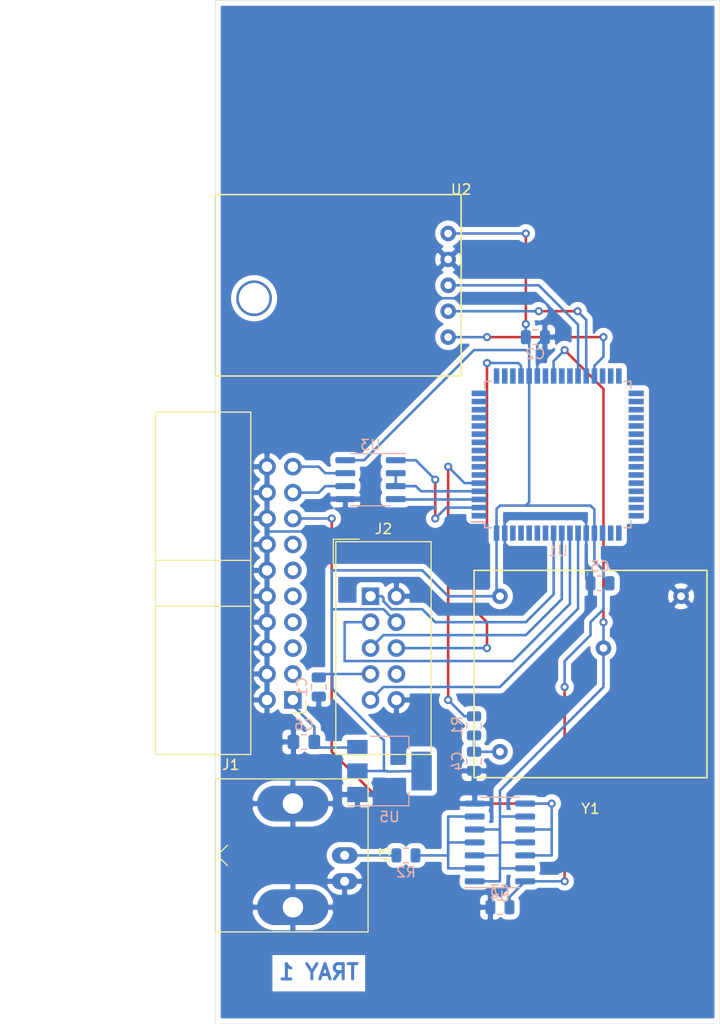
<source format=kicad_pcb>
(kicad_pcb (version 20171130) (host pcbnew 5.1.5)

  (general
    (thickness 1.6)
    (drawings 5)
    (tracks 197)
    (zones 0)
    (modules 17)
    (nets 75)
  )

  (page A4)
  (layers
    (0 F.Cu signal)
    (31 B.Cu signal)
    (32 B.Adhes user)
    (33 F.Adhes user)
    (34 B.Paste user)
    (35 F.Paste user)
    (36 B.SilkS user)
    (37 F.SilkS user)
    (38 B.Mask user)
    (39 F.Mask user)
    (40 Dwgs.User user)
    (41 Cmts.User user)
    (42 Eco1.User user)
    (43 Eco2.User user)
    (44 Edge.Cuts user)
    (45 Margin user)
    (46 B.CrtYd user)
    (47 F.CrtYd user)
    (48 B.Fab user)
    (49 F.Fab user)
  )

  (setup
    (last_trace_width 0.25)
    (trace_clearance 0.2)
    (zone_clearance 0.508)
    (zone_45_only no)
    (trace_min 0.2)
    (via_size 0.8)
    (via_drill 0.4)
    (via_min_size 0.4)
    (via_min_drill 0.3)
    (uvia_size 0.3)
    (uvia_drill 0.1)
    (uvias_allowed no)
    (uvia_min_size 0.2)
    (uvia_min_drill 0.1)
    (edge_width 0.05)
    (segment_width 0.2)
    (pcb_text_width 0.3)
    (pcb_text_size 1.5 1.5)
    (mod_edge_width 0.12)
    (mod_text_size 1 1)
    (mod_text_width 0.15)
    (pad_size 1.524 1.524)
    (pad_drill 0.762)
    (pad_to_mask_clearance 0.051)
    (solder_mask_min_width 0.25)
    (aux_axis_origin 25.4 189.23)
    (visible_elements FFFFFF7F)
    (pcbplotparams
      (layerselection 0x010fc_ffffffff)
      (usegerberextensions false)
      (usegerberattributes false)
      (usegerberadvancedattributes false)
      (creategerberjobfile false)
      (excludeedgelayer true)
      (linewidth 0.100000)
      (plotframeref false)
      (viasonmask false)
      (mode 1)
      (useauxorigin false)
      (hpglpennumber 1)
      (hpglpenspeed 20)
      (hpglpendiameter 15.000000)
      (psnegative false)
      (psa4output false)
      (plotreference true)
      (plotvalue true)
      (plotinvisibletext false)
      (padsonsilk false)
      (subtractmaskfromsilk false)
      (outputformat 1)
      (mirror false)
      (drillshape 1)
      (scaleselection 1)
      (outputdirectory ""))
  )

  (net 0 "")
  (net 1 GND)
  (net 2 VCC)
  (net 3 "Net-(C4-Pad1)")
  (net 4 "Net-(J1-Pad19)")
  (net 5 "Net-(J1-Pad17)")
  (net 6 "Net-(J1-Pad15)")
  (net 7 "Net-(J1-Pad13)")
  (net 8 "Net-(J1-Pad11)")
  (net 9 "Net-(J1-Pad9)")
  (net 10 "Net-(J1-Pad7)")
  (net 11 "Net-(J1-Pad5)")
  (net 12 "Net-(J2-Pad9)")
  (net 13 "Net-(J2-Pad8)")
  (net 14 "Net-(J2-Pad6)")
  (net 15 "Net-(J2-Pad5)")
  (net 16 "Net-(J2-Pad3)")
  (net 17 "Net-(J2-Pad1)")
  (net 18 "Net-(J3-Pad1)")
  (net 19 "Net-(R1-Pad1)")
  (net 20 "Net-(R2-Pad2)")
  (net 21 "Net-(U1-Pad62)")
  (net 22 "Net-(U1-Pad61)")
  (net 23 "Net-(U1-Pad60)")
  (net 24 "Net-(U1-Pad59)")
  (net 25 "Net-(U1-Pad58)")
  (net 26 "Net-(U1-Pad51)")
  (net 27 "Net-(U1-Pad50)")
  (net 28 "Net-(U1-Pad49)")
  (net 29 "Net-(U1-Pad48)")
  (net 30 "Net-(U1-Pad47)")
  (net 31 "Net-(U1-Pad46)")
  (net 32 "Net-(U1-Pad45)")
  (net 33 "Net-(U1-Pad44)")
  (net 34 "Net-(U1-Pad43)")
  (net 35 "Net-(U1-Pad42)")
  (net 36 "Net-(U1-Pad41)")
  (net 37 "Net-(U1-Pad40)")
  (net 38 "Net-(U1-Pad39)")
  (net 39 "Net-(U1-Pad38)")
  (net 40 "Net-(U1-Pad37)")
  (net 41 "Net-(U1-Pad36)")
  (net 42 "Net-(U1-Pad35)")
  (net 43 "Net-(U1-Pad34)")
  (net 44 "Net-(U1-Pad33)")
  (net 45 "Net-(U1-Pad32)")
  (net 46 "Net-(U1-Pad31)")
  (net 47 "Net-(U1-Pad30)")
  (net 48 "Net-(U1-Pad29)")
  (net 49 "Net-(U1-Pad28)")
  (net 50 "Net-(U1-Pad27)")
  (net 51 "Net-(U1-Pad26)")
  (net 52 "Net-(U1-Pad25)")
  (net 53 "Net-(U1-Pad24)")
  (net 54 "Net-(U1-Pad23)")
  (net 55 "Net-(U1-Pad19)")
  (net 56 "Net-(U1-Pad18)")
  (net 57 "Net-(U1-Pad17)")
  (net 58 "Net-(U1-Pad16)")
  (net 59 "Net-(U1-Pad15)")
  (net 60 "Net-(U1-Pad14)")
  (net 61 "Net-(U1-Pad13)")
  (net 62 "Net-(U1-Pad12)")
  (net 63 "Net-(U1-Pad11)")
  (net 64 "Net-(U1-Pad10)")
  (net 65 "Net-(U1-Pad9)")
  (net 66 "Net-(U1-Pad8)")
  (net 67 "Net-(U1-Pad7)")
  (net 68 "Net-(U1-Pad6)")
  (net 69 "Net-(U1-Pad4)")
  (net 70 "Net-(U1-Pad3)")
  (net 71 "Net-(U1-Pad2)")
  (net 72 "Net-(U1-Pad1)")
  (net 73 "Net-(C6-Pad1)")
  (net 74 "Net-(J1-Pad3)")

  (net_class Default "This is the default net class."
    (clearance 0.2)
    (trace_width 0.25)
    (via_dia 0.8)
    (via_drill 0.4)
    (uvia_dia 0.3)
    (uvia_drill 0.1)
    (add_net GND)
    (add_net "Net-(C4-Pad1)")
    (add_net "Net-(C6-Pad1)")
    (add_net "Net-(J1-Pad11)")
    (add_net "Net-(J1-Pad13)")
    (add_net "Net-(J1-Pad15)")
    (add_net "Net-(J1-Pad17)")
    (add_net "Net-(J1-Pad19)")
    (add_net "Net-(J1-Pad3)")
    (add_net "Net-(J1-Pad5)")
    (add_net "Net-(J1-Pad7)")
    (add_net "Net-(J1-Pad9)")
    (add_net "Net-(J2-Pad1)")
    (add_net "Net-(J2-Pad3)")
    (add_net "Net-(J2-Pad5)")
    (add_net "Net-(J2-Pad6)")
    (add_net "Net-(J2-Pad8)")
    (add_net "Net-(J2-Pad9)")
    (add_net "Net-(J3-Pad1)")
    (add_net "Net-(R1-Pad1)")
    (add_net "Net-(R2-Pad2)")
    (add_net "Net-(U1-Pad1)")
    (add_net "Net-(U1-Pad10)")
    (add_net "Net-(U1-Pad11)")
    (add_net "Net-(U1-Pad12)")
    (add_net "Net-(U1-Pad13)")
    (add_net "Net-(U1-Pad14)")
    (add_net "Net-(U1-Pad15)")
    (add_net "Net-(U1-Pad16)")
    (add_net "Net-(U1-Pad17)")
    (add_net "Net-(U1-Pad18)")
    (add_net "Net-(U1-Pad19)")
    (add_net "Net-(U1-Pad2)")
    (add_net "Net-(U1-Pad23)")
    (add_net "Net-(U1-Pad24)")
    (add_net "Net-(U1-Pad25)")
    (add_net "Net-(U1-Pad26)")
    (add_net "Net-(U1-Pad27)")
    (add_net "Net-(U1-Pad28)")
    (add_net "Net-(U1-Pad29)")
    (add_net "Net-(U1-Pad3)")
    (add_net "Net-(U1-Pad30)")
    (add_net "Net-(U1-Pad31)")
    (add_net "Net-(U1-Pad32)")
    (add_net "Net-(U1-Pad33)")
    (add_net "Net-(U1-Pad34)")
    (add_net "Net-(U1-Pad35)")
    (add_net "Net-(U1-Pad36)")
    (add_net "Net-(U1-Pad37)")
    (add_net "Net-(U1-Pad38)")
    (add_net "Net-(U1-Pad39)")
    (add_net "Net-(U1-Pad4)")
    (add_net "Net-(U1-Pad40)")
    (add_net "Net-(U1-Pad41)")
    (add_net "Net-(U1-Pad42)")
    (add_net "Net-(U1-Pad43)")
    (add_net "Net-(U1-Pad44)")
    (add_net "Net-(U1-Pad45)")
    (add_net "Net-(U1-Pad46)")
    (add_net "Net-(U1-Pad47)")
    (add_net "Net-(U1-Pad48)")
    (add_net "Net-(U1-Pad49)")
    (add_net "Net-(U1-Pad50)")
    (add_net "Net-(U1-Pad51)")
    (add_net "Net-(U1-Pad58)")
    (add_net "Net-(U1-Pad59)")
    (add_net "Net-(U1-Pad6)")
    (add_net "Net-(U1-Pad60)")
    (add_net "Net-(U1-Pad61)")
    (add_net "Net-(U1-Pad62)")
    (add_net "Net-(U1-Pad7)")
    (add_net "Net-(U1-Pad8)")
    (add_net "Net-(U1-Pad9)")
    (add_net VCC)
  )

  (module Package_TO_SOT_SMD:SOT-223-3_TabPin2 (layer B.Cu) (tedit 5A02FF57) (tstamp 5E98A1FC)
    (at 42.5 164.45)
    (descr "module CMS SOT223 4 pins")
    (tags "CMS SOT")
    (path /5E98CFED)
    (attr smd)
    (fp_text reference U5 (at 0 4.5) (layer B.SilkS)
      (effects (font (size 1 1) (thickness 0.15)) (justify mirror))
    )
    (fp_text value LM1117-5.0 (at 0 -4.5) (layer B.Fab)
      (effects (font (size 1 1) (thickness 0.15)) (justify mirror))
    )
    (fp_line (start 1.85 3.35) (end 1.85 -3.35) (layer B.Fab) (width 0.1))
    (fp_line (start -1.85 -3.35) (end 1.85 -3.35) (layer B.Fab) (width 0.1))
    (fp_line (start -4.1 3.41) (end 1.91 3.41) (layer B.SilkS) (width 0.12))
    (fp_line (start -0.85 3.35) (end 1.85 3.35) (layer B.Fab) (width 0.1))
    (fp_line (start -1.85 -3.41) (end 1.91 -3.41) (layer B.SilkS) (width 0.12))
    (fp_line (start -1.85 2.35) (end -1.85 -3.35) (layer B.Fab) (width 0.1))
    (fp_line (start -1.85 2.35) (end -0.85 3.35) (layer B.Fab) (width 0.1))
    (fp_line (start -4.4 3.6) (end -4.4 -3.6) (layer B.CrtYd) (width 0.05))
    (fp_line (start -4.4 -3.6) (end 4.4 -3.6) (layer B.CrtYd) (width 0.05))
    (fp_line (start 4.4 -3.6) (end 4.4 3.6) (layer B.CrtYd) (width 0.05))
    (fp_line (start 4.4 3.6) (end -4.4 3.6) (layer B.CrtYd) (width 0.05))
    (fp_line (start 1.91 3.41) (end 1.91 2.15) (layer B.SilkS) (width 0.12))
    (fp_line (start 1.91 -3.41) (end 1.91 -2.15) (layer B.SilkS) (width 0.12))
    (fp_text user %R (at 0 0 -90) (layer B.Fab)
      (effects (font (size 0.8 0.8) (thickness 0.12)) (justify mirror))
    )
    (pad 1 smd rect (at -3.15 2.3) (size 2 1.5) (layers B.Cu B.Paste B.Mask)
      (net 1 GND))
    (pad 3 smd rect (at -3.15 -2.3) (size 2 1.5) (layers B.Cu B.Paste B.Mask)
      (net 73 "Net-(C6-Pad1)"))
    (pad 2 smd rect (at -3.15 0) (size 2 1.5) (layers B.Cu B.Paste B.Mask)
      (net 2 VCC))
    (pad 2 smd rect (at 3.15 0) (size 2 3.8) (layers B.Cu B.Paste B.Mask)
      (net 2 VCC))
    (model ${KISYS3DMOD}/Package_TO_SOT_SMD.3dshapes/SOT-223.wrl
      (at (xyz 0 0 0))
      (scale (xyz 1 1 1))
      (rotate (xyz 0 0 0))
    )
  )

  (module Capacitor_SMD:C_0805_2012Metric_Pad1.15x1.40mm_HandSolder (layer B.Cu) (tedit 5B36C52B) (tstamp 5E989F48)
    (at 34.1 161.6 180)
    (descr "Capacitor SMD 0805 (2012 Metric), square (rectangular) end terminal, IPC_7351 nominal with elongated pad for handsoldering. (Body size source: https://docs.google.com/spreadsheets/d/1BsfQQcO9C6DZCsRaXUlFlo91Tg2WpOkGARC1WS5S8t0/edit?usp=sharing), generated with kicad-footprint-generator")
    (tags "capacitor handsolder")
    (path /5E98E7D3)
    (attr smd)
    (fp_text reference C6 (at 0 1.65) (layer B.SilkS)
      (effects (font (size 1 1) (thickness 0.15)) (justify mirror))
    )
    (fp_text value 100n (at 0 -1.65) (layer B.Fab)
      (effects (font (size 1 1) (thickness 0.15)) (justify mirror))
    )
    (fp_text user %R (at 0 0) (layer B.Fab)
      (effects (font (size 0.5 0.5) (thickness 0.08)) (justify mirror))
    )
    (fp_line (start 1.85 -0.95) (end -1.85 -0.95) (layer B.CrtYd) (width 0.05))
    (fp_line (start 1.85 0.95) (end 1.85 -0.95) (layer B.CrtYd) (width 0.05))
    (fp_line (start -1.85 0.95) (end 1.85 0.95) (layer B.CrtYd) (width 0.05))
    (fp_line (start -1.85 -0.95) (end -1.85 0.95) (layer B.CrtYd) (width 0.05))
    (fp_line (start -0.261252 -0.71) (end 0.261252 -0.71) (layer B.SilkS) (width 0.12))
    (fp_line (start -0.261252 0.71) (end 0.261252 0.71) (layer B.SilkS) (width 0.12))
    (fp_line (start 1 -0.6) (end -1 -0.6) (layer B.Fab) (width 0.1))
    (fp_line (start 1 0.6) (end 1 -0.6) (layer B.Fab) (width 0.1))
    (fp_line (start -1 0.6) (end 1 0.6) (layer B.Fab) (width 0.1))
    (fp_line (start -1 -0.6) (end -1 0.6) (layer B.Fab) (width 0.1))
    (pad 2 smd roundrect (at 1.025 0 180) (size 1.15 1.4) (layers B.Cu B.Paste B.Mask) (roundrect_rratio 0.217391)
      (net 1 GND))
    (pad 1 smd roundrect (at -1.025 0 180) (size 1.15 1.4) (layers B.Cu B.Paste B.Mask) (roundrect_rratio 0.217391)
      (net 73 "Net-(C6-Pad1)"))
    (model ${KISYS3DMOD}/Capacitor_SMD.3dshapes/C_0805_2012Metric.wrl
      (at (xyz 0 0 0))
      (scale (xyz 1 1 1))
      (rotate (xyz 0 0 0))
    )
  )

  (module TCXO:TCXO (layer F.Cu) (tedit 5DEE849F) (tstamp 5DEEB728)
    (at 62.23 167.64)
    (path /5DF59AF3)
    (fp_text reference Y1 (at 0 0.5) (layer F.SilkS)
      (effects (font (size 1 1) (thickness 0.15)))
    )
    (fp_text value TXCO (at 0 -0.5) (layer F.Fab)
      (effects (font (size 1 1) (thickness 0.15)))
    )
    (fp_line (start 11.43 -22.86) (end 11.43 -2.54) (layer F.SilkS) (width 0.15))
    (fp_line (start -11.43 -22.86) (end 11.43 -22.86) (layer F.SilkS) (width 0.15))
    (fp_line (start -11.43 -2.54) (end -11.43 -22.86) (layer F.SilkS) (width 0.15))
    (fp_line (start 11.43 -2.54) (end -11.43 -2.54) (layer F.SilkS) (width 0.15))
    (pad 4 thru_hole circle (at 1.27 -15.24) (size 1.524 1.524) (drill 0.762) (layers *.Cu *.Mask)
      (net 53 "Net-(U1-Pad24)"))
    (pad 3 thru_hole circle (at -8.89 -5.08) (size 1.524 1.524) (drill 0.762) (layers *.Cu *.Mask)
      (net 3 "Net-(C4-Pad1)"))
    (pad 2 thru_hole circle (at 8.89 -20.32) (size 1.524 1.524) (drill 0.762) (layers *.Cu *.Mask)
      (net 1 GND))
    (pad 1 thru_hole circle (at -8.89 -20.32) (size 1.524 1.524) (drill 0.762) (layers *.Cu *.Mask)
      (net 2 VCC))
  )

  (module Package_SO:SOIC-14_3.9x8.7mm_P1.27mm (layer B.Cu) (tedit 5D9F72B1) (tstamp 5DEEB71C)
    (at 53.34 171.45)
    (descr "SOIC, 14 Pin (JEDEC MS-012AB, https://www.analog.com/media/en/package-pcb-resources/package/pkg_pdf/soic_narrow-r/r_14.pdf), generated with kicad-footprint-generator ipc_gullwing_generator.py")
    (tags "SOIC SO")
    (path /5DFAD4D7)
    (attr smd)
    (fp_text reference U4 (at 0 5.28) (layer B.SilkS)
      (effects (font (size 1 1) (thickness 0.15)) (justify mirror))
    )
    (fp_text value 74HC04 (at 0 -5.28) (layer B.Fab)
      (effects (font (size 1 1) (thickness 0.15)) (justify mirror))
    )
    (fp_text user %R (at 0 0) (layer F.Fab)
      (effects (font (size 0.98 0.98) (thickness 0.15)))
    )
    (fp_line (start 3.7 4.58) (end -3.7 4.58) (layer B.CrtYd) (width 0.05))
    (fp_line (start 3.7 -4.58) (end 3.7 4.58) (layer B.CrtYd) (width 0.05))
    (fp_line (start -3.7 -4.58) (end 3.7 -4.58) (layer B.CrtYd) (width 0.05))
    (fp_line (start -3.7 4.58) (end -3.7 -4.58) (layer B.CrtYd) (width 0.05))
    (fp_line (start -1.95 3.35) (end -0.975 4.325) (layer B.Fab) (width 0.1))
    (fp_line (start -1.95 -4.325) (end -1.95 3.35) (layer B.Fab) (width 0.1))
    (fp_line (start 1.95 -4.325) (end -1.95 -4.325) (layer B.Fab) (width 0.1))
    (fp_line (start 1.95 4.325) (end 1.95 -4.325) (layer B.Fab) (width 0.1))
    (fp_line (start -0.975 4.325) (end 1.95 4.325) (layer B.Fab) (width 0.1))
    (fp_line (start 0 4.435) (end -3.45 4.435) (layer B.SilkS) (width 0.12))
    (fp_line (start 0 4.435) (end 1.95 4.435) (layer B.SilkS) (width 0.12))
    (fp_line (start 0 -4.435) (end -1.95 -4.435) (layer B.SilkS) (width 0.12))
    (fp_line (start 0 -4.435) (end 1.95 -4.435) (layer B.SilkS) (width 0.12))
    (pad 14 smd roundrect (at 2.475 3.81) (size 1.95 0.6) (layers B.Cu B.Paste B.Mask) (roundrect_rratio 0.25)
      (net 2 VCC))
    (pad 13 smd roundrect (at 2.475 2.54) (size 1.95 0.6) (layers B.Cu B.Paste B.Mask) (roundrect_rratio 0.25)
      (net 53 "Net-(U1-Pad24)"))
    (pad 12 smd roundrect (at 2.475 1.27) (size 1.95 0.6) (layers B.Cu B.Paste B.Mask) (roundrect_rratio 0.25)
      (net 6 "Net-(J1-Pad15)"))
    (pad 11 smd roundrect (at 2.475 0) (size 1.95 0.6) (layers B.Cu B.Paste B.Mask) (roundrect_rratio 0.25)
      (net 53 "Net-(U1-Pad24)"))
    (pad 10 smd roundrect (at 2.475 -1.27) (size 1.95 0.6) (layers B.Cu B.Paste B.Mask) (roundrect_rratio 0.25)
      (net 6 "Net-(J1-Pad15)"))
    (pad 9 smd roundrect (at 2.475 -2.54) (size 1.95 0.6) (layers B.Cu B.Paste B.Mask) (roundrect_rratio 0.25)
      (net 53 "Net-(U1-Pad24)"))
    (pad 8 smd roundrect (at 2.475 -3.81) (size 1.95 0.6) (layers B.Cu B.Paste B.Mask) (roundrect_rratio 0.25)
      (net 6 "Net-(J1-Pad15)"))
    (pad 7 smd roundrect (at -2.475 -3.81) (size 1.95 0.6) (layers B.Cu B.Paste B.Mask) (roundrect_rratio 0.25)
      (net 1 GND))
    (pad 6 smd roundrect (at -2.475 -2.54) (size 1.95 0.6) (layers B.Cu B.Paste B.Mask) (roundrect_rratio 0.25)
      (net 20 "Net-(R2-Pad2)"))
    (pad 5 smd roundrect (at -2.475 -1.27) (size 1.95 0.6) (layers B.Cu B.Paste B.Mask) (roundrect_rratio 0.25)
      (net 53 "Net-(U1-Pad24)"))
    (pad 4 smd roundrect (at -2.475 0) (size 1.95 0.6) (layers B.Cu B.Paste B.Mask) (roundrect_rratio 0.25)
      (net 20 "Net-(R2-Pad2)"))
    (pad 3 smd roundrect (at -2.475 1.27) (size 1.95 0.6) (layers B.Cu B.Paste B.Mask) (roundrect_rratio 0.25)
      (net 53 "Net-(U1-Pad24)"))
    (pad 2 smd roundrect (at -2.475 2.54) (size 1.95 0.6) (layers B.Cu B.Paste B.Mask) (roundrect_rratio 0.25)
      (net 20 "Net-(R2-Pad2)"))
    (pad 1 smd roundrect (at -2.475 3.81) (size 1.95 0.6) (layers B.Cu B.Paste B.Mask) (roundrect_rratio 0.25)
      (net 53 "Net-(U1-Pad24)"))
    (model ${KISYS3DMOD}/Package_SO.3dshapes/SOIC-14_3.9x8.7mm_P1.27mm.wrl
      (at (xyz 0 0 0))
      (scale (xyz 1 1 1))
      (rotate (xyz 0 0 0))
    )
  )

  (module Package_SO:SOIC-8_3.9x4.9mm_P1.27mm (layer B.Cu) (tedit 5D9F72B1) (tstamp 5DEEB6FC)
    (at 40.64 135.89 180)
    (descr "SOIC, 8 Pin (JEDEC MS-012AA, https://www.analog.com/media/en/package-pcb-resources/package/pkg_pdf/soic_narrow-r/r_8.pdf), generated with kicad-footprint-generator ipc_gullwing_generator.py")
    (tags "SOIC SO")
    (path /5DF5B25C)
    (attr smd)
    (fp_text reference U3 (at 0 3.4) (layer B.SilkS)
      (effects (font (size 1 1) (thickness 0.15)) (justify mirror))
    )
    (fp_text value ST485EBDR (at 0 -3.4) (layer B.Fab)
      (effects (font (size 1 1) (thickness 0.15)) (justify mirror))
    )
    (fp_text user %R (at 0 0) (layer B.Fab)
      (effects (font (size 0.98 0.98) (thickness 0.15)) (justify mirror))
    )
    (fp_line (start 3.7 2.7) (end -3.7 2.7) (layer B.CrtYd) (width 0.05))
    (fp_line (start 3.7 -2.7) (end 3.7 2.7) (layer B.CrtYd) (width 0.05))
    (fp_line (start -3.7 -2.7) (end 3.7 -2.7) (layer B.CrtYd) (width 0.05))
    (fp_line (start -3.7 2.7) (end -3.7 -2.7) (layer B.CrtYd) (width 0.05))
    (fp_line (start -1.95 1.475) (end -0.975 2.45) (layer B.Fab) (width 0.1))
    (fp_line (start -1.95 -2.45) (end -1.95 1.475) (layer B.Fab) (width 0.1))
    (fp_line (start 1.95 -2.45) (end -1.95 -2.45) (layer B.Fab) (width 0.1))
    (fp_line (start 1.95 2.45) (end 1.95 -2.45) (layer B.Fab) (width 0.1))
    (fp_line (start -0.975 2.45) (end 1.95 2.45) (layer B.Fab) (width 0.1))
    (fp_line (start 0 2.56) (end -3.45 2.56) (layer B.SilkS) (width 0.12))
    (fp_line (start 0 2.56) (end 1.95 2.56) (layer B.SilkS) (width 0.12))
    (fp_line (start 0 -2.56) (end -1.95 -2.56) (layer B.SilkS) (width 0.12))
    (fp_line (start 0 -2.56) (end 1.95 -2.56) (layer B.SilkS) (width 0.12))
    (pad 8 smd roundrect (at 2.475 1.905 180) (size 1.95 0.6) (layers B.Cu B.Paste B.Mask) (roundrect_rratio 0.25)
      (net 2 VCC))
    (pad 7 smd roundrect (at 2.475 0.635 180) (size 1.95 0.6) (layers B.Cu B.Paste B.Mask) (roundrect_rratio 0.25)
      (net 4 "Net-(J1-Pad19)"))
    (pad 6 smd roundrect (at 2.475 -0.635 180) (size 1.95 0.6) (layers B.Cu B.Paste B.Mask) (roundrect_rratio 0.25)
      (net 5 "Net-(J1-Pad17)"))
    (pad 5 smd roundrect (at 2.475 -1.905 180) (size 1.95 0.6) (layers B.Cu B.Paste B.Mask) (roundrect_rratio 0.25)
      (net 1 GND))
    (pad 4 smd roundrect (at -2.475 -1.905 180) (size 1.95 0.6) (layers B.Cu B.Paste B.Mask) (roundrect_rratio 0.25)
      (net 70 "Net-(U1-Pad3)"))
    (pad 3 smd roundrect (at -2.475 -0.635 180) (size 1.95 0.6) (layers B.Cu B.Paste B.Mask) (roundrect_rratio 0.25)
      (net 69 "Net-(U1-Pad4)"))
    (pad 2 smd roundrect (at -2.475 0.635 180) (size 1.95 0.6) (layers B.Cu B.Paste B.Mask) (roundrect_rratio 0.25)
      (net 69 "Net-(U1-Pad4)"))
    (pad 1 smd roundrect (at -2.475 1.905 180) (size 1.95 0.6) (layers B.Cu B.Paste B.Mask) (roundrect_rratio 0.25)
      (net 71 "Net-(U1-Pad2)"))
    (model ${KISYS3DMOD}/Package_SO.3dshapes/SOIC-8_3.9x4.9mm_P1.27mm.wrl
      (at (xyz 0 0 0))
      (scale (xyz 1 1 1))
      (rotate (xyz 0 0 0))
    )
  )

  (module TCXO:GPS (layer F.Cu) (tedit 5DEE8857) (tstamp 5DEEB6E2)
    (at 49.53 107.95 180)
    (path /5DF5758F)
    (fp_text reference U2 (at 0 0.5) (layer F.SilkS)
      (effects (font (size 1 1) (thickness 0.15)))
    )
    (fp_text value GPS (at 0 -0.5) (layer F.Fab)
      (effects (font (size 1 1) (thickness 0.15)))
    )
    (fp_line (start 24.13 0) (end 0 0) (layer F.SilkS) (width 0.15))
    (fp_line (start 24.13 -17.78) (end 24.13 0) (layer F.SilkS) (width 0.15))
    (fp_line (start 0 -17.78) (end 24.13 -17.78) (layer F.SilkS) (width 0.15))
    (fp_line (start 0 0) (end 0 -17.78) (layer F.SilkS) (width 0.15))
    (pad "" thru_hole circle (at 20.32 -10.16 180) (size 3.5 3.5) (drill 3) (layers *.Cu *.Mask))
    (pad 5 thru_hole circle (at 1.27 -3.81 180) (size 1.524 1.524) (drill 0.762) (layers *.Cu *.Mask)
      (net 2 VCC))
    (pad 4 thru_hole circle (at 1.27 -6.35 180) (size 1.524 1.524) (drill 0.762) (layers *.Cu *.Mask)
      (net 1 GND))
    (pad 3 thru_hole circle (at 1.27 -8.89 180) (size 1.524 1.524) (drill 0.762) (layers *.Cu *.Mask)
      (net 50 "Net-(U1-Pad27)"))
    (pad 2 thru_hole circle (at 1.27 -11.43 180) (size 1.524 1.524) (drill 0.762) (layers *.Cu *.Mask)
      (net 49 "Net-(U1-Pad28)"))
    (pad 1 thru_hole circle (at 1.27 -13.97 180) (size 1.524 1.524) (drill 0.762) (layers *.Cu *.Mask)
      (net 48 "Net-(U1-Pad29)"))
  )

  (module Package_QFP:TQFP-64_14x14mm_P0.8mm (layer B.Cu) (tedit 5A02F146) (tstamp 5DEEB6D4)
    (at 59.01 133.43)
    (descr "64-Lead Plastic Thin Quad Flatpack (PF) - 14x14x1 mm Body, 2.00 mm [TQFP] (see Microchip Packaging Specification 00000049BS.pdf)")
    (tags "QFP 0.8")
    (path /5DF57F0B)
    (attr smd)
    (fp_text reference U1 (at 0 9.45) (layer B.SilkS)
      (effects (font (size 1 1) (thickness 0.15)) (justify mirror))
    )
    (fp_text value ATmega128-16AU (at 0 -9.45) (layer B.Fab)
      (effects (font (size 1 1) (thickness 0.15)) (justify mirror))
    )
    (fp_line (start -7.175 6.6) (end -8.45 6.6) (layer B.SilkS) (width 0.15))
    (fp_line (start 7.175 7.175) (end 6.5 7.175) (layer B.SilkS) (width 0.15))
    (fp_line (start 7.175 -7.175) (end 6.5 -7.175) (layer B.SilkS) (width 0.15))
    (fp_line (start -7.175 -7.175) (end -6.5 -7.175) (layer B.SilkS) (width 0.15))
    (fp_line (start -7.175 7.175) (end -6.5 7.175) (layer B.SilkS) (width 0.15))
    (fp_line (start -7.175 -7.175) (end -7.175 -6.5) (layer B.SilkS) (width 0.15))
    (fp_line (start 7.175 -7.175) (end 7.175 -6.5) (layer B.SilkS) (width 0.15))
    (fp_line (start 7.175 7.175) (end 7.175 6.5) (layer B.SilkS) (width 0.15))
    (fp_line (start -7.175 7.175) (end -7.175 6.6) (layer B.SilkS) (width 0.15))
    (fp_line (start -8.7 -8.7) (end 8.7 -8.7) (layer B.CrtYd) (width 0.05))
    (fp_line (start -8.7 8.7) (end 8.7 8.7) (layer B.CrtYd) (width 0.05))
    (fp_line (start 8.7 8.7) (end 8.7 -8.7) (layer B.CrtYd) (width 0.05))
    (fp_line (start -8.7 8.7) (end -8.7 -8.7) (layer B.CrtYd) (width 0.05))
    (fp_line (start -7 6) (end -6 7) (layer B.Fab) (width 0.15))
    (fp_line (start -7 -7) (end -7 6) (layer B.Fab) (width 0.15))
    (fp_line (start 7 -7) (end -7 -7) (layer B.Fab) (width 0.15))
    (fp_line (start 7 7) (end 7 -7) (layer B.Fab) (width 0.15))
    (fp_line (start -6 7) (end 7 7) (layer B.Fab) (width 0.15))
    (fp_text user %R (at 0 0) (layer B.Fab)
      (effects (font (size 1 1) (thickness 0.15)) (justify mirror))
    )
    (pad 64 smd rect (at -6 7.7 270) (size 1.5 0.55) (layers B.Cu B.Paste B.Mask)
      (net 2 VCC))
    (pad 63 smd rect (at -5.2 7.7 270) (size 1.5 0.55) (layers B.Cu B.Paste B.Mask)
      (net 1 GND))
    (pad 62 smd rect (at -4.4 7.7 270) (size 1.5 0.55) (layers B.Cu B.Paste B.Mask)
      (net 21 "Net-(U1-Pad62)"))
    (pad 61 smd rect (at -3.6 7.7 270) (size 1.5 0.55) (layers B.Cu B.Paste B.Mask)
      (net 22 "Net-(U1-Pad61)"))
    (pad 60 smd rect (at -2.8 7.7 270) (size 1.5 0.55) (layers B.Cu B.Paste B.Mask)
      (net 23 "Net-(U1-Pad60)"))
    (pad 59 smd rect (at -2 7.7 270) (size 1.5 0.55) (layers B.Cu B.Paste B.Mask)
      (net 24 "Net-(U1-Pad59)"))
    (pad 58 smd rect (at -1.2 7.7 270) (size 1.5 0.55) (layers B.Cu B.Paste B.Mask)
      (net 25 "Net-(U1-Pad58)"))
    (pad 57 smd rect (at -0.4 7.7 270) (size 1.5 0.55) (layers B.Cu B.Paste B.Mask)
      (net 17 "Net-(J2-Pad1)"))
    (pad 56 smd rect (at 0.4 7.7 270) (size 1.5 0.55) (layers B.Cu B.Paste B.Mask)
      (net 15 "Net-(J2-Pad5)"))
    (pad 55 smd rect (at 1.2 7.7 270) (size 1.5 0.55) (layers B.Cu B.Paste B.Mask)
      (net 16 "Net-(J2-Pad3)"))
    (pad 54 smd rect (at 2 7.7 270) (size 1.5 0.55) (layers B.Cu B.Paste B.Mask)
      (net 12 "Net-(J2-Pad9)"))
    (pad 53 smd rect (at 2.8 7.7 270) (size 1.5 0.55) (layers B.Cu B.Paste B.Mask)
      (net 1 GND))
    (pad 52 smd rect (at 3.6 7.7 270) (size 1.5 0.55) (layers B.Cu B.Paste B.Mask)
      (net 2 VCC))
    (pad 51 smd rect (at 4.4 7.7 270) (size 1.5 0.55) (layers B.Cu B.Paste B.Mask)
      (net 26 "Net-(U1-Pad51)"))
    (pad 50 smd rect (at 5.2 7.7 270) (size 1.5 0.55) (layers B.Cu B.Paste B.Mask)
      (net 27 "Net-(U1-Pad50)"))
    (pad 49 smd rect (at 6 7.7 270) (size 1.5 0.55) (layers B.Cu B.Paste B.Mask)
      (net 28 "Net-(U1-Pad49)"))
    (pad 48 smd rect (at 7.7 6) (size 1.5 0.55) (layers B.Cu B.Paste B.Mask)
      (net 29 "Net-(U1-Pad48)"))
    (pad 47 smd rect (at 7.7 5.2) (size 1.5 0.55) (layers B.Cu B.Paste B.Mask)
      (net 30 "Net-(U1-Pad47)"))
    (pad 46 smd rect (at 7.7 4.4) (size 1.5 0.55) (layers B.Cu B.Paste B.Mask)
      (net 31 "Net-(U1-Pad46)"))
    (pad 45 smd rect (at 7.7 3.6) (size 1.5 0.55) (layers B.Cu B.Paste B.Mask)
      (net 32 "Net-(U1-Pad45)"))
    (pad 44 smd rect (at 7.7 2.8) (size 1.5 0.55) (layers B.Cu B.Paste B.Mask)
      (net 33 "Net-(U1-Pad44)"))
    (pad 43 smd rect (at 7.7 2) (size 1.5 0.55) (layers B.Cu B.Paste B.Mask)
      (net 34 "Net-(U1-Pad43)"))
    (pad 42 smd rect (at 7.7 1.2) (size 1.5 0.55) (layers B.Cu B.Paste B.Mask)
      (net 35 "Net-(U1-Pad42)"))
    (pad 41 smd rect (at 7.7 0.4) (size 1.5 0.55) (layers B.Cu B.Paste B.Mask)
      (net 36 "Net-(U1-Pad41)"))
    (pad 40 smd rect (at 7.7 -0.4) (size 1.5 0.55) (layers B.Cu B.Paste B.Mask)
      (net 37 "Net-(U1-Pad40)"))
    (pad 39 smd rect (at 7.7 -1.2) (size 1.5 0.55) (layers B.Cu B.Paste B.Mask)
      (net 38 "Net-(U1-Pad39)"))
    (pad 38 smd rect (at 7.7 -2) (size 1.5 0.55) (layers B.Cu B.Paste B.Mask)
      (net 39 "Net-(U1-Pad38)"))
    (pad 37 smd rect (at 7.7 -2.8) (size 1.5 0.55) (layers B.Cu B.Paste B.Mask)
      (net 40 "Net-(U1-Pad37)"))
    (pad 36 smd rect (at 7.7 -3.6) (size 1.5 0.55) (layers B.Cu B.Paste B.Mask)
      (net 41 "Net-(U1-Pad36)"))
    (pad 35 smd rect (at 7.7 -4.4) (size 1.5 0.55) (layers B.Cu B.Paste B.Mask)
      (net 42 "Net-(U1-Pad35)"))
    (pad 34 smd rect (at 7.7 -5.2) (size 1.5 0.55) (layers B.Cu B.Paste B.Mask)
      (net 43 "Net-(U1-Pad34)"))
    (pad 33 smd rect (at 7.7 -6) (size 1.5 0.55) (layers B.Cu B.Paste B.Mask)
      (net 44 "Net-(U1-Pad33)"))
    (pad 32 smd rect (at 6 -7.7 270) (size 1.5 0.55) (layers B.Cu B.Paste B.Mask)
      (net 45 "Net-(U1-Pad32)"))
    (pad 31 smd rect (at 5.2 -7.7 270) (size 1.5 0.55) (layers B.Cu B.Paste B.Mask)
      (net 46 "Net-(U1-Pad31)"))
    (pad 30 smd rect (at 4.4 -7.7 270) (size 1.5 0.55) (layers B.Cu B.Paste B.Mask)
      (net 47 "Net-(U1-Pad30)"))
    (pad 29 smd rect (at 3.6 -7.7 270) (size 1.5 0.55) (layers B.Cu B.Paste B.Mask)
      (net 48 "Net-(U1-Pad29)"))
    (pad 28 smd rect (at 2.8 -7.7 270) (size 1.5 0.55) (layers B.Cu B.Paste B.Mask)
      (net 49 "Net-(U1-Pad28)"))
    (pad 27 smd rect (at 2 -7.7 270) (size 1.5 0.55) (layers B.Cu B.Paste B.Mask)
      (net 50 "Net-(U1-Pad27)"))
    (pad 26 smd rect (at 1.2 -7.7 270) (size 1.5 0.55) (layers B.Cu B.Paste B.Mask)
      (net 51 "Net-(U1-Pad26)"))
    (pad 25 smd rect (at 0.4 -7.7 270) (size 1.5 0.55) (layers B.Cu B.Paste B.Mask)
      (net 52 "Net-(U1-Pad25)"))
    (pad 24 smd rect (at -0.4 -7.7 270) (size 1.5 0.55) (layers B.Cu B.Paste B.Mask)
      (net 53 "Net-(U1-Pad24)"))
    (pad 23 smd rect (at -1.2 -7.7 270) (size 1.5 0.55) (layers B.Cu B.Paste B.Mask)
      (net 54 "Net-(U1-Pad23)"))
    (pad 22 smd rect (at -2 -7.7 270) (size 1.5 0.55) (layers B.Cu B.Paste B.Mask)
      (net 1 GND))
    (pad 21 smd rect (at -2.8 -7.7 270) (size 1.5 0.55) (layers B.Cu B.Paste B.Mask)
      (net 2 VCC))
    (pad 20 smd rect (at -3.6 -7.7 270) (size 1.5 0.55) (layers B.Cu B.Paste B.Mask)
      (net 14 "Net-(J2-Pad6)"))
    (pad 19 smd rect (at -4.4 -7.7 270) (size 1.5 0.55) (layers B.Cu B.Paste B.Mask)
      (net 55 "Net-(U1-Pad19)"))
    (pad 18 smd rect (at -5.2 -7.7 270) (size 1.5 0.55) (layers B.Cu B.Paste B.Mask)
      (net 56 "Net-(U1-Pad18)"))
    (pad 17 smd rect (at -6 -7.7 270) (size 1.5 0.55) (layers B.Cu B.Paste B.Mask)
      (net 57 "Net-(U1-Pad17)"))
    (pad 16 smd rect (at -7.7 -6) (size 1.5 0.55) (layers B.Cu B.Paste B.Mask)
      (net 58 "Net-(U1-Pad16)"))
    (pad 15 smd rect (at -7.7 -5.2) (size 1.5 0.55) (layers B.Cu B.Paste B.Mask)
      (net 59 "Net-(U1-Pad15)"))
    (pad 14 smd rect (at -7.7 -4.4) (size 1.5 0.55) (layers B.Cu B.Paste B.Mask)
      (net 60 "Net-(U1-Pad14)"))
    (pad 13 smd rect (at -7.7 -3.6) (size 1.5 0.55) (layers B.Cu B.Paste B.Mask)
      (net 61 "Net-(U1-Pad13)"))
    (pad 12 smd rect (at -7.7 -2.8) (size 1.5 0.55) (layers B.Cu B.Paste B.Mask)
      (net 62 "Net-(U1-Pad12)"))
    (pad 11 smd rect (at -7.7 -2) (size 1.5 0.55) (layers B.Cu B.Paste B.Mask)
      (net 63 "Net-(U1-Pad11)"))
    (pad 10 smd rect (at -7.7 -1.2) (size 1.5 0.55) (layers B.Cu B.Paste B.Mask)
      (net 64 "Net-(U1-Pad10)"))
    (pad 9 smd rect (at -7.7 -0.4) (size 1.5 0.55) (layers B.Cu B.Paste B.Mask)
      (net 65 "Net-(U1-Pad9)"))
    (pad 8 smd rect (at -7.7 0.4) (size 1.5 0.55) (layers B.Cu B.Paste B.Mask)
      (net 66 "Net-(U1-Pad8)"))
    (pad 7 smd rect (at -7.7 1.2) (size 1.5 0.55) (layers B.Cu B.Paste B.Mask)
      (net 67 "Net-(U1-Pad7)"))
    (pad 6 smd rect (at -7.7 2) (size 1.5 0.55) (layers B.Cu B.Paste B.Mask)
      (net 68 "Net-(U1-Pad6)"))
    (pad 5 smd rect (at -7.7 2.8) (size 1.5 0.55) (layers B.Cu B.Paste B.Mask)
      (net 19 "Net-(R1-Pad1)"))
    (pad 4 smd rect (at -7.7 3.6) (size 1.5 0.55) (layers B.Cu B.Paste B.Mask)
      (net 69 "Net-(U1-Pad4)"))
    (pad 3 smd rect (at -7.7 4.4) (size 1.5 0.55) (layers B.Cu B.Paste B.Mask)
      (net 70 "Net-(U1-Pad3)"))
    (pad 2 smd rect (at -7.7 5.2) (size 1.5 0.55) (layers B.Cu B.Paste B.Mask)
      (net 71 "Net-(U1-Pad2)"))
    (pad 1 smd rect (at -7.7 6) (size 1.5 0.55) (layers B.Cu B.Paste B.Mask)
      (net 72 "Net-(U1-Pad1)"))
    (model ${KISYS3DMOD}/Package_QFP.3dshapes/TQFP-64_14x14mm_P0.8mm.wrl
      (at (xyz 0 0 0))
      (scale (xyz 1 1 1))
      (rotate (xyz 0 0 0))
    )
  )

  (module Resistor_SMD:R_0805_2012Metric (layer B.Cu) (tedit 5B36C52B) (tstamp 5DEEB67D)
    (at 44.1175 172.72)
    (descr "Resistor SMD 0805 (2012 Metric), square (rectangular) end terminal, IPC_7351 nominal, (Body size source: https://docs.google.com/spreadsheets/d/1BsfQQcO9C6DZCsRaXUlFlo91Tg2WpOkGARC1WS5S8t0/edit?usp=sharing), generated with kicad-footprint-generator")
    (tags resistor)
    (path /5DFD2315)
    (attr smd)
    (fp_text reference R2 (at 0 1.65) (layer B.SilkS)
      (effects (font (size 1 1) (thickness 0.15)) (justify mirror))
    )
    (fp_text value 50 (at 0 -1.65) (layer B.Fab)
      (effects (font (size 1 1) (thickness 0.15)) (justify mirror))
    )
    (fp_text user %R (at 0 0) (layer B.Fab)
      (effects (font (size 0.5 0.5) (thickness 0.08)) (justify mirror))
    )
    (fp_line (start 1.68 -0.95) (end -1.68 -0.95) (layer B.CrtYd) (width 0.05))
    (fp_line (start 1.68 0.95) (end 1.68 -0.95) (layer B.CrtYd) (width 0.05))
    (fp_line (start -1.68 0.95) (end 1.68 0.95) (layer B.CrtYd) (width 0.05))
    (fp_line (start -1.68 -0.95) (end -1.68 0.95) (layer B.CrtYd) (width 0.05))
    (fp_line (start -0.258578 -0.71) (end 0.258578 -0.71) (layer B.SilkS) (width 0.12))
    (fp_line (start -0.258578 0.71) (end 0.258578 0.71) (layer B.SilkS) (width 0.12))
    (fp_line (start 1 -0.6) (end -1 -0.6) (layer B.Fab) (width 0.1))
    (fp_line (start 1 0.6) (end 1 -0.6) (layer B.Fab) (width 0.1))
    (fp_line (start -1 0.6) (end 1 0.6) (layer B.Fab) (width 0.1))
    (fp_line (start -1 -0.6) (end -1 0.6) (layer B.Fab) (width 0.1))
    (pad 2 smd roundrect (at 0.9375 0) (size 0.975 1.4) (layers B.Cu B.Paste B.Mask) (roundrect_rratio 0.25)
      (net 20 "Net-(R2-Pad2)"))
    (pad 1 smd roundrect (at -0.9375 0) (size 0.975 1.4) (layers B.Cu B.Paste B.Mask) (roundrect_rratio 0.25)
      (net 18 "Net-(J3-Pad1)"))
    (model ${KISYS3DMOD}/Resistor_SMD.3dshapes/R_0805_2012Metric.wrl
      (at (xyz 0 0 0))
      (scale (xyz 1 1 1))
      (rotate (xyz 0 0 0))
    )
  )

  (module Resistor_SMD:R_0805_2012Metric (layer B.Cu) (tedit 5B36C52B) (tstamp 5DEEB66C)
    (at 50.8 160.02 270)
    (descr "Resistor SMD 0805 (2012 Metric), square (rectangular) end terminal, IPC_7351 nominal, (Body size source: https://docs.google.com/spreadsheets/d/1BsfQQcO9C6DZCsRaXUlFlo91Tg2WpOkGARC1WS5S8t0/edit?usp=sharing), generated with kicad-footprint-generator")
    (tags resistor)
    (path /5DFA2583)
    (attr smd)
    (fp_text reference R1 (at 0 1.65 90) (layer B.SilkS)
      (effects (font (size 1 1) (thickness 0.15)) (justify mirror))
    )
    (fp_text value 10k (at 0 -1.65 90) (layer B.Fab)
      (effects (font (size 1 1) (thickness 0.15)) (justify mirror))
    )
    (fp_text user %R (at 0 0 90) (layer B.Fab)
      (effects (font (size 0.5 0.5) (thickness 0.08)) (justify mirror))
    )
    (fp_line (start 1.68 -0.95) (end -1.68 -0.95) (layer B.CrtYd) (width 0.05))
    (fp_line (start 1.68 0.95) (end 1.68 -0.95) (layer B.CrtYd) (width 0.05))
    (fp_line (start -1.68 0.95) (end 1.68 0.95) (layer B.CrtYd) (width 0.05))
    (fp_line (start -1.68 -0.95) (end -1.68 0.95) (layer B.CrtYd) (width 0.05))
    (fp_line (start -0.258578 -0.71) (end 0.258578 -0.71) (layer B.SilkS) (width 0.12))
    (fp_line (start -0.258578 0.71) (end 0.258578 0.71) (layer B.SilkS) (width 0.12))
    (fp_line (start 1 -0.6) (end -1 -0.6) (layer B.Fab) (width 0.1))
    (fp_line (start 1 0.6) (end 1 -0.6) (layer B.Fab) (width 0.1))
    (fp_line (start -1 0.6) (end 1 0.6) (layer B.Fab) (width 0.1))
    (fp_line (start -1 -0.6) (end -1 0.6) (layer B.Fab) (width 0.1))
    (pad 2 smd roundrect (at 0.9375 0 270) (size 0.975 1.4) (layers B.Cu B.Paste B.Mask) (roundrect_rratio 0.25)
      (net 3 "Net-(C4-Pad1)"))
    (pad 1 smd roundrect (at -0.9375 0 270) (size 0.975 1.4) (layers B.Cu B.Paste B.Mask) (roundrect_rratio 0.25)
      (net 19 "Net-(R1-Pad1)"))
    (model ${KISYS3DMOD}/Resistor_SMD.3dshapes/R_0805_2012Metric.wrl
      (at (xyz 0 0 0))
      (scale (xyz 1 1 1))
      (rotate (xyz 0 0 0))
    )
  )

  (module Connector_Coaxial:BNC_Amphenol_B6252HB-NPP3G-50_Horizontal (layer F.Cu) (tedit 5C13907B) (tstamp 5DEEB65B)
    (at 38.1 172.72 90)
    (descr http://www.farnell.com/datasheets/612848.pdf)
    (tags "BNC Amphenol Horizontal")
    (path /5DFD1214)
    (fp_text reference J3 (at 0 4 90) (layer F.SilkS)
      (effects (font (size 1 1) (thickness 0.15)))
    )
    (fp_text value Conn_Coaxial (at 0 6 270) (layer F.Fab)
      (effects (font (size 1 1) (thickness 0.15)))
    )
    (fp_line (start 0 -12.5) (end 1 -11.5) (layer F.SilkS) (width 0.12))
    (fp_line (start 0 -12.5) (end -1 -11.5) (layer F.SilkS) (width 0.12))
    (fp_line (start 7.85 2.7) (end 7.85 -33.8) (layer F.CrtYd) (width 0.05))
    (fp_line (start 7.85 -33.8) (end -7.85 -33.8) (layer F.CrtYd) (width 0.05))
    (fp_line (start -7.85 2.7) (end -7.85 -33.8) (layer F.CrtYd) (width 0.05))
    (fp_line (start -7.85 2.7) (end 7.85 2.7) (layer F.CrtYd) (width 0.05))
    (fp_line (start -7.5 2.3) (end -7.5 -12.7) (layer F.SilkS) (width 0.12))
    (fp_line (start 7.5 2.3) (end -7.5 2.3) (layer F.SilkS) (width 0.12))
    (fp_line (start 7.5 -12.7) (end 7.5 2.3) (layer F.SilkS) (width 0.12))
    (fp_line (start -7.5 -12.7) (end 7.5 -12.7) (layer F.SilkS) (width 0.12))
    (fp_line (start -5 -14) (end 5 -15) (layer F.Fab) (width 0.1))
    (fp_text user %R (at 0 0 90) (layer F.Fab)
      (effects (font (size 1 1) (thickness 0.15)))
    )
    (fp_line (start -7.35 -12.7) (end -7.35 2.2) (layer F.Fab) (width 0.1))
    (fp_line (start 7.35 -12.7) (end -7.35 -12.7) (layer F.Fab) (width 0.1))
    (fp_line (start 7.35 2.2) (end 7.35 -12.7) (layer F.Fab) (width 0.1))
    (fp_line (start -7.35 2.2) (end 7.35 2.2) (layer F.Fab) (width 0.1))
    (fp_line (start -6.35 -21.4) (end -6.35 -12.7) (layer F.Fab) (width 0.1))
    (fp_line (start 6.35 -21.4) (end -6.35 -21.4) (layer F.Fab) (width 0.1))
    (fp_line (start 6.35 -12.7) (end 6.35 -21.4) (layer F.Fab) (width 0.1))
    (fp_line (start -4.8 -33.3) (end -4.8 -21.4) (layer F.Fab) (width 0.1))
    (fp_line (start 4.8 -33.3) (end -4.8 -33.3) (layer F.Fab) (width 0.1))
    (fp_line (start 4.8 -21.4) (end 4.8 -33.3) (layer F.Fab) (width 0.1))
    (fp_circle (center 0 -28.07) (end 1 -28.07) (layer F.Fab) (width 0.1))
    (fp_line (start -5 -15) (end 5 -16) (layer F.Fab) (width 0.1))
    (fp_line (start -5 -16) (end 5 -17) (layer F.Fab) (width 0.1))
    (fp_line (start -5 -17) (end 5 -18) (layer F.Fab) (width 0.1))
    (fp_line (start -5 -18) (end 5 -19) (layer F.Fab) (width 0.1))
    (fp_line (start -5 -19) (end 5 -20) (layer F.Fab) (width 0.1))
    (fp_line (start -5 -20) (end 5 -21) (layer F.Fab) (width 0.1))
    (pad 2 thru_hole oval (at -2.54 0 90) (size 1.6 2.5) (drill 0.89) (layers *.Cu *.Mask)
      (net 1 GND))
    (pad 1 thru_hole oval (at 0 0 90) (size 1.6 2.5) (drill 0.89) (layers *.Cu *.Mask)
      (net 18 "Net-(J3-Pad1)"))
    (pad 2 thru_hole oval (at 5.08 -5.08 90) (size 3.5 7) (drill 2.01) (layers *.Cu *.Mask)
      (net 1 GND))
    (pad 2 thru_hole oval (at -5.08 -5.08 90) (size 3.5 7) (drill 2.01) (layers *.Cu *.Mask)
      (net 1 GND))
    (model ${KISYS3DMOD}/Connector_Coaxial.3dshapes/BNC_Amphenol_B6252HB-NPP3G-50_Horizontal.wrl
      (at (xyz 0 0 0))
      (scale (xyz 1 1 1))
      (rotate (xyz 0 0 0))
    )
  )

  (module Connector_IDC:IDC-Header_2x05_P2.54mm_Vertical (layer F.Cu) (tedit 59DE0611) (tstamp 5DEEB636)
    (at 40.64 147.32)
    (descr "Through hole straight IDC box header, 2x05, 2.54mm pitch, double rows")
    (tags "Through hole IDC box header THT 2x05 2.54mm double row")
    (path /5DF916AC)
    (fp_text reference J2 (at 1.27 -6.604) (layer F.SilkS)
      (effects (font (size 1 1) (thickness 0.15)))
    )
    (fp_text value Conn_02x05_Odd_Even (at 1.27 16.764) (layer F.Fab)
      (effects (font (size 1 1) (thickness 0.15)))
    )
    (fp_line (start -3.655 -5.6) (end -1.115 -5.6) (layer F.SilkS) (width 0.12))
    (fp_line (start -3.655 -5.6) (end -3.655 -3.06) (layer F.SilkS) (width 0.12))
    (fp_line (start -3.405 -5.35) (end 5.945 -5.35) (layer F.SilkS) (width 0.12))
    (fp_line (start -3.405 15.51) (end -3.405 -5.35) (layer F.SilkS) (width 0.12))
    (fp_line (start 5.945 15.51) (end -3.405 15.51) (layer F.SilkS) (width 0.12))
    (fp_line (start 5.945 -5.35) (end 5.945 15.51) (layer F.SilkS) (width 0.12))
    (fp_line (start -3.41 -5.35) (end 5.95 -5.35) (layer F.CrtYd) (width 0.05))
    (fp_line (start -3.41 15.51) (end -3.41 -5.35) (layer F.CrtYd) (width 0.05))
    (fp_line (start 5.95 15.51) (end -3.41 15.51) (layer F.CrtYd) (width 0.05))
    (fp_line (start 5.95 -5.35) (end 5.95 15.51) (layer F.CrtYd) (width 0.05))
    (fp_line (start -3.155 15.26) (end -2.605 14.7) (layer F.Fab) (width 0.1))
    (fp_line (start -3.155 -5.1) (end -2.605 -4.56) (layer F.Fab) (width 0.1))
    (fp_line (start 5.695 15.26) (end 5.145 14.7) (layer F.Fab) (width 0.1))
    (fp_line (start 5.695 -5.1) (end 5.145 -4.56) (layer F.Fab) (width 0.1))
    (fp_line (start 5.145 14.7) (end -2.605 14.7) (layer F.Fab) (width 0.1))
    (fp_line (start 5.695 15.26) (end -3.155 15.26) (layer F.Fab) (width 0.1))
    (fp_line (start 5.145 -4.56) (end -2.605 -4.56) (layer F.Fab) (width 0.1))
    (fp_line (start 5.695 -5.1) (end -3.155 -5.1) (layer F.Fab) (width 0.1))
    (fp_line (start -2.605 7.33) (end -3.155 7.33) (layer F.Fab) (width 0.1))
    (fp_line (start -2.605 2.83) (end -3.155 2.83) (layer F.Fab) (width 0.1))
    (fp_line (start -2.605 7.33) (end -2.605 14.7) (layer F.Fab) (width 0.1))
    (fp_line (start -2.605 -4.56) (end -2.605 2.83) (layer F.Fab) (width 0.1))
    (fp_line (start -3.155 -5.1) (end -3.155 15.26) (layer F.Fab) (width 0.1))
    (fp_line (start 5.145 -4.56) (end 5.145 14.7) (layer F.Fab) (width 0.1))
    (fp_line (start 5.695 -5.1) (end 5.695 15.26) (layer F.Fab) (width 0.1))
    (fp_text user %R (at 1.27 5.08) (layer F.Fab)
      (effects (font (size 1 1) (thickness 0.15)))
    )
    (pad 10 thru_hole oval (at 2.54 10.16) (size 1.7272 1.7272) (drill 1.016) (layers *.Cu *.Mask)
      (net 1 GND))
    (pad 9 thru_hole oval (at 0 10.16) (size 1.7272 1.7272) (drill 1.016) (layers *.Cu *.Mask)
      (net 12 "Net-(J2-Pad9)"))
    (pad 8 thru_hole oval (at 2.54 7.62) (size 1.7272 1.7272) (drill 1.016) (layers *.Cu *.Mask)
      (net 13 "Net-(J2-Pad8)"))
    (pad 7 thru_hole oval (at 0 7.62) (size 1.7272 1.7272) (drill 1.016) (layers *.Cu *.Mask)
      (net 2 VCC))
    (pad 6 thru_hole oval (at 2.54 5.08) (size 1.7272 1.7272) (drill 1.016) (layers *.Cu *.Mask)
      (net 14 "Net-(J2-Pad6)"))
    (pad 5 thru_hole oval (at 0 5.08) (size 1.7272 1.7272) (drill 1.016) (layers *.Cu *.Mask)
      (net 15 "Net-(J2-Pad5)"))
    (pad 4 thru_hole oval (at 2.54 2.54) (size 1.7272 1.7272) (drill 1.016) (layers *.Cu *.Mask)
      (net 2 VCC))
    (pad 3 thru_hole oval (at 0 2.54) (size 1.7272 1.7272) (drill 1.016) (layers *.Cu *.Mask)
      (net 16 "Net-(J2-Pad3)"))
    (pad 2 thru_hole oval (at 2.54 0) (size 1.7272 1.7272) (drill 1.016) (layers *.Cu *.Mask)
      (net 1 GND))
    (pad 1 thru_hole rect (at 0 0) (size 1.7272 1.7272) (drill 1.016) (layers *.Cu *.Mask)
      (net 17 "Net-(J2-Pad1)"))
    (model ${KISYS3DMOD}/Connector_IDC.3dshapes/IDC-Header_2x05_P2.54mm_Vertical.wrl
      (at (xyz 0 0 0))
      (scale (xyz 1 1 1))
      (rotate (xyz 0 0 0))
    )
  )

  (module Connector_IDC:IDC-Header_2x10_P2.54mm_Horizontal (layer F.Cu) (tedit 59DE217B) (tstamp 5DEEB60E)
    (at 33.02 157.48 180)
    (descr "Through hole angled IDC box header, 2x10, 2.54mm pitch, double rows")
    (tags "Through hole IDC box header THT 2x10 2.54mm double row")
    (path /5DF5BF7B)
    (fp_text reference J1 (at 6.105 -6.35) (layer F.SilkS)
      (effects (font (size 1 1) (thickness 0.15)))
    )
    (fp_text value Conn_02x10_Odd_Even (at 6.105 29.464) (layer F.Fab)
      (effects (font (size 1 1) (thickness 0.15)))
    )
    (fp_line (start 13.48 28.21) (end -1.12 28.21) (layer F.CrtYd) (width 0.05))
    (fp_line (start 13.48 -5.35) (end 13.48 28.21) (layer F.CrtYd) (width 0.05))
    (fp_line (start -1.12 28.21) (end -1.12 -5.35) (layer F.CrtYd) (width 0.05))
    (fp_line (start -1.12 -5.35) (end 13.48 -5.35) (layer F.CrtYd) (width 0.05))
    (fp_line (start 4.13 9.18) (end 13.48 9.18) (layer F.SilkS) (width 0.12))
    (fp_line (start 4.13 28.21) (end 4.13 -5.35) (layer F.SilkS) (width 0.12))
    (fp_line (start 4.13 28.21) (end 13.48 28.21) (layer F.SilkS) (width 0.12))
    (fp_line (start 4.13 13.68) (end 13.48 13.68) (layer F.SilkS) (width 0.12))
    (fp_line (start 4.13 -5.35) (end 13.48 -5.35) (layer F.SilkS) (width 0.12))
    (fp_line (start 13.48 -5.35) (end 13.48 28.21) (layer F.SilkS) (width 0.12))
    (fp_line (start 0 -1.27) (end -1.27 -1.27) (layer F.SilkS) (width 0.12))
    (fp_line (start -1.27 -1.27) (end -1.27 0) (layer F.SilkS) (width 0.12))
    (fp_line (start 5.38 -5.1) (end 13.23 -5.1) (layer F.Fab) (width 0.1))
    (fp_line (start 4.38 9.84) (end -0.32 9.84) (layer F.Fab) (width 0.1))
    (fp_line (start 4.38 9.18) (end 13.23 9.18) (layer F.Fab) (width 0.1))
    (fp_line (start 4.38 7.3) (end -0.32 7.3) (layer F.Fab) (width 0.1))
    (fp_line (start 4.38 4.76) (end -0.32 4.76) (layer F.Fab) (width 0.1))
    (fp_line (start 4.38 27.96) (end 4.38 -4.1) (layer F.Fab) (width 0.1))
    (fp_line (start 4.38 27.96) (end 13.23 27.96) (layer F.Fab) (width 0.1))
    (fp_line (start 4.38 22.54) (end -0.32 22.54) (layer F.Fab) (width 0.1))
    (fp_line (start 4.38 20) (end -0.32 20) (layer F.Fab) (width 0.1))
    (fp_line (start 4.38 2.22) (end -0.32 2.22) (layer F.Fab) (width 0.1))
    (fp_line (start 4.38 17.46) (end -0.32 17.46) (layer F.Fab) (width 0.1))
    (fp_line (start 4.38 14.92) (end -0.32 14.92) (layer F.Fab) (width 0.1))
    (fp_line (start 4.38 13.68) (end 13.23 13.68) (layer F.Fab) (width 0.1))
    (fp_line (start 4.38 12.38) (end -0.32 12.38) (layer F.Fab) (width 0.1))
    (fp_line (start 4.38 -4.1) (end 5.38 -5.1) (layer F.Fab) (width 0.1))
    (fp_line (start 4.38 -0.32) (end -0.32 -0.32) (layer F.Fab) (width 0.1))
    (fp_line (start 13.23 27.96) (end 13.23 -5.1) (layer F.Fab) (width 0.1))
    (fp_line (start -0.32 9.84) (end -0.32 10.48) (layer F.Fab) (width 0.1))
    (fp_line (start -0.32 7.94) (end 4.38 7.94) (layer F.Fab) (width 0.1))
    (fp_line (start -0.32 7.3) (end -0.32 7.94) (layer F.Fab) (width 0.1))
    (fp_line (start -0.32 5.4) (end 4.38 5.4) (layer F.Fab) (width 0.1))
    (fp_line (start -0.32 4.76) (end -0.32 5.4) (layer F.Fab) (width 0.1))
    (fp_line (start -0.32 23.18) (end 4.38 23.18) (layer F.Fab) (width 0.1))
    (fp_line (start -0.32 22.54) (end -0.32 23.18) (layer F.Fab) (width 0.1))
    (fp_line (start -0.32 20.64) (end 4.38 20.64) (layer F.Fab) (width 0.1))
    (fp_line (start -0.32 20) (end -0.32 20.64) (layer F.Fab) (width 0.1))
    (fp_line (start -0.32 2.86) (end 4.38 2.86) (layer F.Fab) (width 0.1))
    (fp_line (start -0.32 2.22) (end -0.32 2.86) (layer F.Fab) (width 0.1))
    (fp_line (start -0.32 18.1) (end 4.38 18.1) (layer F.Fab) (width 0.1))
    (fp_line (start -0.32 17.46) (end -0.32 18.1) (layer F.Fab) (width 0.1))
    (fp_line (start -0.32 15.56) (end 4.38 15.56) (layer F.Fab) (width 0.1))
    (fp_line (start -0.32 14.92) (end -0.32 15.56) (layer F.Fab) (width 0.1))
    (fp_line (start -0.32 13.02) (end 4.38 13.02) (layer F.Fab) (width 0.1))
    (fp_line (start -0.32 12.38) (end -0.32 13.02) (layer F.Fab) (width 0.1))
    (fp_line (start -0.32 10.48) (end 4.38 10.48) (layer F.Fab) (width 0.1))
    (fp_line (start -0.32 0.32) (end 4.38 0.32) (layer F.Fab) (width 0.1))
    (fp_line (start -0.32 -0.32) (end -0.32 0.32) (layer F.Fab) (width 0.1))
    (fp_text user %R (at 8.805 11.43 90) (layer F.Fab)
      (effects (font (size 1 1) (thickness 0.15)))
    )
    (pad 20 thru_hole oval (at 2.54 22.86 180) (size 1.7272 1.7272) (drill 1.016) (layers *.Cu *.Mask)
      (net 1 GND))
    (pad 19 thru_hole oval (at 0 22.86 180) (size 1.7272 1.7272) (drill 1.016) (layers *.Cu *.Mask)
      (net 4 "Net-(J1-Pad19)"))
    (pad 18 thru_hole oval (at 2.54 20.32 180) (size 1.7272 1.7272) (drill 1.016) (layers *.Cu *.Mask)
      (net 1 GND))
    (pad 17 thru_hole oval (at 0 20.32 180) (size 1.7272 1.7272) (drill 1.016) (layers *.Cu *.Mask)
      (net 5 "Net-(J1-Pad17)"))
    (pad 16 thru_hole oval (at 2.54 17.78 180) (size 1.7272 1.7272) (drill 1.016) (layers *.Cu *.Mask)
      (net 1 GND))
    (pad 15 thru_hole oval (at 0 17.78 180) (size 1.7272 1.7272) (drill 1.016) (layers *.Cu *.Mask)
      (net 6 "Net-(J1-Pad15)"))
    (pad 14 thru_hole oval (at 2.54 15.24 180) (size 1.7272 1.7272) (drill 1.016) (layers *.Cu *.Mask)
      (net 1 GND))
    (pad 13 thru_hole oval (at 0 15.24 180) (size 1.7272 1.7272) (drill 1.016) (layers *.Cu *.Mask)
      (net 7 "Net-(J1-Pad13)"))
    (pad 12 thru_hole oval (at 2.54 12.7 180) (size 1.7272 1.7272) (drill 1.016) (layers *.Cu *.Mask)
      (net 1 GND))
    (pad 11 thru_hole oval (at 0 12.7 180) (size 1.7272 1.7272) (drill 1.016) (layers *.Cu *.Mask)
      (net 8 "Net-(J1-Pad11)"))
    (pad 10 thru_hole oval (at 2.54 10.16 180) (size 1.7272 1.7272) (drill 1.016) (layers *.Cu *.Mask)
      (net 1 GND))
    (pad 9 thru_hole oval (at 0 10.16 180) (size 1.7272 1.7272) (drill 1.016) (layers *.Cu *.Mask)
      (net 9 "Net-(J1-Pad9)"))
    (pad 8 thru_hole oval (at 2.54 7.62 180) (size 1.7272 1.7272) (drill 1.016) (layers *.Cu *.Mask)
      (net 1 GND))
    (pad 7 thru_hole oval (at 0 7.62 180) (size 1.7272 1.7272) (drill 1.016) (layers *.Cu *.Mask)
      (net 10 "Net-(J1-Pad7)"))
    (pad 6 thru_hole oval (at 2.54 5.08 180) (size 1.7272 1.7272) (drill 1.016) (layers *.Cu *.Mask)
      (net 1 GND))
    (pad 5 thru_hole oval (at 0 5.08 180) (size 1.7272 1.7272) (drill 1.016) (layers *.Cu *.Mask)
      (net 11 "Net-(J1-Pad5)"))
    (pad 4 thru_hole oval (at 2.54 2.54 180) (size 1.7272 1.7272) (drill 1.016) (layers *.Cu *.Mask)
      (net 1 GND))
    (pad 3 thru_hole oval (at 0 2.54 180) (size 1.7272 1.7272) (drill 1.016) (layers *.Cu *.Mask)
      (net 74 "Net-(J1-Pad3)"))
    (pad 2 thru_hole oval (at 2.54 0 180) (size 1.7272 1.7272) (drill 1.016) (layers *.Cu *.Mask)
      (net 1 GND))
    (pad 1 thru_hole rect (at 0 0 180) (size 1.7272 1.7272) (drill 1.016) (layers *.Cu *.Mask)
      (net 73 "Net-(C6-Pad1)"))
    (model ${KISYS3DMOD}/Connector_IDC.3dshapes/IDC-Header_2x10_P2.54mm_Horizontal.wrl
      (at (xyz 0 0 0))
      (scale (xyz 1 1 1))
      (rotate (xyz 0 0 0))
    )
  )

  (module Capacitor_SMD:C_0805_2012Metric (layer B.Cu) (tedit 5B36C52B) (tstamp 5DEEB5C4)
    (at 63.1675 146.05 180)
    (descr "Capacitor SMD 0805 (2012 Metric), square (rectangular) end terminal, IPC_7351 nominal, (Body size source: https://docs.google.com/spreadsheets/d/1BsfQQcO9C6DZCsRaXUlFlo91Tg2WpOkGARC1WS5S8t0/edit?usp=sharing), generated with kicad-footprint-generator")
    (tags capacitor)
    (path /5DFBD165)
    (attr smd)
    (fp_text reference C5 (at 0 1.65) (layer B.SilkS)
      (effects (font (size 1 1) (thickness 0.15)) (justify mirror))
    )
    (fp_text value 100n (at 0 -1.65) (layer B.Fab)
      (effects (font (size 1 1) (thickness 0.15)) (justify mirror))
    )
    (fp_text user %R (at 0 0) (layer B.Fab)
      (effects (font (size 0.5 0.5) (thickness 0.08)) (justify mirror))
    )
    (fp_line (start 1.68 -0.95) (end -1.68 -0.95) (layer B.CrtYd) (width 0.05))
    (fp_line (start 1.68 0.95) (end 1.68 -0.95) (layer B.CrtYd) (width 0.05))
    (fp_line (start -1.68 0.95) (end 1.68 0.95) (layer B.CrtYd) (width 0.05))
    (fp_line (start -1.68 -0.95) (end -1.68 0.95) (layer B.CrtYd) (width 0.05))
    (fp_line (start -0.258578 -0.71) (end 0.258578 -0.71) (layer B.SilkS) (width 0.12))
    (fp_line (start -0.258578 0.71) (end 0.258578 0.71) (layer B.SilkS) (width 0.12))
    (fp_line (start 1 -0.6) (end -1 -0.6) (layer B.Fab) (width 0.1))
    (fp_line (start 1 0.6) (end 1 -0.6) (layer B.Fab) (width 0.1))
    (fp_line (start -1 0.6) (end 1 0.6) (layer B.Fab) (width 0.1))
    (fp_line (start -1 -0.6) (end -1 0.6) (layer B.Fab) (width 0.1))
    (pad 2 smd roundrect (at 0.9375 0 180) (size 0.975 1.4) (layers B.Cu B.Paste B.Mask) (roundrect_rratio 0.25)
      (net 1 GND))
    (pad 1 smd roundrect (at -0.9375 0 180) (size 0.975 1.4) (layers B.Cu B.Paste B.Mask) (roundrect_rratio 0.25)
      (net 2 VCC))
    (model ${KISYS3DMOD}/Capacitor_SMD.3dshapes/C_0805_2012Metric.wrl
      (at (xyz 0 0 0))
      (scale (xyz 1 1 1))
      (rotate (xyz 0 0 0))
    )
  )

  (module Capacitor_SMD:C_0805_2012Metric (layer B.Cu) (tedit 5B36C52B) (tstamp 5DEEB5B3)
    (at 50.8 163.4975 270)
    (descr "Capacitor SMD 0805 (2012 Metric), square (rectangular) end terminal, IPC_7351 nominal, (Body size source: https://docs.google.com/spreadsheets/d/1BsfQQcO9C6DZCsRaXUlFlo91Tg2WpOkGARC1WS5S8t0/edit?usp=sharing), generated with kicad-footprint-generator")
    (tags capacitor)
    (path /5DFA3098)
    (attr smd)
    (fp_text reference C4 (at 0 1.65 90) (layer B.SilkS)
      (effects (font (size 1 1) (thickness 0.15)) (justify mirror))
    )
    (fp_text value 10u (at 0 -1.65 90) (layer B.Fab)
      (effects (font (size 1 1) (thickness 0.15)) (justify mirror))
    )
    (fp_text user %R (at 0 0 90) (layer B.Fab)
      (effects (font (size 0.5 0.5) (thickness 0.08)) (justify mirror))
    )
    (fp_line (start 1.68 -0.95) (end -1.68 -0.95) (layer B.CrtYd) (width 0.05))
    (fp_line (start 1.68 0.95) (end 1.68 -0.95) (layer B.CrtYd) (width 0.05))
    (fp_line (start -1.68 0.95) (end 1.68 0.95) (layer B.CrtYd) (width 0.05))
    (fp_line (start -1.68 -0.95) (end -1.68 0.95) (layer B.CrtYd) (width 0.05))
    (fp_line (start -0.258578 -0.71) (end 0.258578 -0.71) (layer B.SilkS) (width 0.12))
    (fp_line (start -0.258578 0.71) (end 0.258578 0.71) (layer B.SilkS) (width 0.12))
    (fp_line (start 1 -0.6) (end -1 -0.6) (layer B.Fab) (width 0.1))
    (fp_line (start 1 0.6) (end 1 -0.6) (layer B.Fab) (width 0.1))
    (fp_line (start -1 0.6) (end 1 0.6) (layer B.Fab) (width 0.1))
    (fp_line (start -1 -0.6) (end -1 0.6) (layer B.Fab) (width 0.1))
    (pad 2 smd roundrect (at 0.9375 0 270) (size 0.975 1.4) (layers B.Cu B.Paste B.Mask) (roundrect_rratio 0.25)
      (net 1 GND))
    (pad 1 smd roundrect (at -0.9375 0 270) (size 0.975 1.4) (layers B.Cu B.Paste B.Mask) (roundrect_rratio 0.25)
      (net 3 "Net-(C4-Pad1)"))
    (model ${KISYS3DMOD}/Capacitor_SMD.3dshapes/C_0805_2012Metric.wrl
      (at (xyz 0 0 0))
      (scale (xyz 1 1 1))
      (rotate (xyz 0 0 0))
    )
  )

  (module Capacitor_SMD:C_0805_2012Metric (layer B.Cu) (tedit 5B36C52B) (tstamp 5DEEB5A2)
    (at 53.34 177.8 180)
    (descr "Capacitor SMD 0805 (2012 Metric), square (rectangular) end terminal, IPC_7351 nominal, (Body size source: https://docs.google.com/spreadsheets/d/1BsfQQcO9C6DZCsRaXUlFlo91Tg2WpOkGARC1WS5S8t0/edit?usp=sharing), generated with kicad-footprint-generator")
    (tags capacitor)
    (path /5DF6ED49)
    (attr smd)
    (fp_text reference C3 (at 0 1.65) (layer B.SilkS)
      (effects (font (size 1 1) (thickness 0.15)) (justify mirror))
    )
    (fp_text value 100n (at 0 -1.65) (layer B.Fab)
      (effects (font (size 1 1) (thickness 0.15)) (justify mirror))
    )
    (fp_text user %R (at 0 0) (layer B.Fab)
      (effects (font (size 0.5 0.5) (thickness 0.08)) (justify mirror))
    )
    (fp_line (start 1.68 -0.95) (end -1.68 -0.95) (layer B.CrtYd) (width 0.05))
    (fp_line (start 1.68 0.95) (end 1.68 -0.95) (layer B.CrtYd) (width 0.05))
    (fp_line (start -1.68 0.95) (end 1.68 0.95) (layer B.CrtYd) (width 0.05))
    (fp_line (start -1.68 -0.95) (end -1.68 0.95) (layer B.CrtYd) (width 0.05))
    (fp_line (start -0.258578 -0.71) (end 0.258578 -0.71) (layer B.SilkS) (width 0.12))
    (fp_line (start -0.258578 0.71) (end 0.258578 0.71) (layer B.SilkS) (width 0.12))
    (fp_line (start 1 -0.6) (end -1 -0.6) (layer B.Fab) (width 0.1))
    (fp_line (start 1 0.6) (end 1 -0.6) (layer B.Fab) (width 0.1))
    (fp_line (start -1 0.6) (end 1 0.6) (layer B.Fab) (width 0.1))
    (fp_line (start -1 -0.6) (end -1 0.6) (layer B.Fab) (width 0.1))
    (pad 2 smd roundrect (at 0.9375 0 180) (size 0.975 1.4) (layers B.Cu B.Paste B.Mask) (roundrect_rratio 0.25)
      (net 1 GND))
    (pad 1 smd roundrect (at -0.9375 0 180) (size 0.975 1.4) (layers B.Cu B.Paste B.Mask) (roundrect_rratio 0.25)
      (net 2 VCC))
    (model ${KISYS3DMOD}/Capacitor_SMD.3dshapes/C_0805_2012Metric.wrl
      (at (xyz 0 0 0))
      (scale (xyz 1 1 1))
      (rotate (xyz 0 0 0))
    )
  )

  (module Capacitor_SMD:C_0805_2012Metric (layer B.Cu) (tedit 5B36C52B) (tstamp 5DEEB591)
    (at 56.8175 121.92)
    (descr "Capacitor SMD 0805 (2012 Metric), square (rectangular) end terminal, IPC_7351 nominal, (Body size source: https://docs.google.com/spreadsheets/d/1BsfQQcO9C6DZCsRaXUlFlo91Tg2WpOkGARC1WS5S8t0/edit?usp=sharing), generated with kicad-footprint-generator")
    (tags capacitor)
    (path /5DF79E90)
    (attr smd)
    (fp_text reference C2 (at 0 1.65) (layer B.SilkS)
      (effects (font (size 1 1) (thickness 0.15)) (justify mirror))
    )
    (fp_text value 100n (at 0 -1.65) (layer B.Fab)
      (effects (font (size 1 1) (thickness 0.15)) (justify mirror))
    )
    (fp_text user %R (at 0 0) (layer B.Fab)
      (effects (font (size 0.5 0.5) (thickness 0.08)) (justify mirror))
    )
    (fp_line (start 1.68 -0.95) (end -1.68 -0.95) (layer B.CrtYd) (width 0.05))
    (fp_line (start 1.68 0.95) (end 1.68 -0.95) (layer B.CrtYd) (width 0.05))
    (fp_line (start -1.68 0.95) (end 1.68 0.95) (layer B.CrtYd) (width 0.05))
    (fp_line (start -1.68 -0.95) (end -1.68 0.95) (layer B.CrtYd) (width 0.05))
    (fp_line (start -0.258578 -0.71) (end 0.258578 -0.71) (layer B.SilkS) (width 0.12))
    (fp_line (start -0.258578 0.71) (end 0.258578 0.71) (layer B.SilkS) (width 0.12))
    (fp_line (start 1 -0.6) (end -1 -0.6) (layer B.Fab) (width 0.1))
    (fp_line (start 1 0.6) (end 1 -0.6) (layer B.Fab) (width 0.1))
    (fp_line (start -1 0.6) (end 1 0.6) (layer B.Fab) (width 0.1))
    (fp_line (start -1 -0.6) (end -1 0.6) (layer B.Fab) (width 0.1))
    (pad 2 smd roundrect (at 0.9375 0) (size 0.975 1.4) (layers B.Cu B.Paste B.Mask) (roundrect_rratio 0.25)
      (net 1 GND))
    (pad 1 smd roundrect (at -0.9375 0) (size 0.975 1.4) (layers B.Cu B.Paste B.Mask) (roundrect_rratio 0.25)
      (net 2 VCC))
    (model ${KISYS3DMOD}/Capacitor_SMD.3dshapes/C_0805_2012Metric.wrl
      (at (xyz 0 0 0))
      (scale (xyz 1 1 1))
      (rotate (xyz 0 0 0))
    )
  )

  (module Capacitor_SMD:C_0805_2012Metric (layer B.Cu) (tedit 5B36C52B) (tstamp 5DEEB580)
    (at 35.56 156.21 270)
    (descr "Capacitor SMD 0805 (2012 Metric), square (rectangular) end terminal, IPC_7351 nominal, (Body size source: https://docs.google.com/spreadsheets/d/1BsfQQcO9C6DZCsRaXUlFlo91Tg2WpOkGARC1WS5S8t0/edit?usp=sharing), generated with kicad-footprint-generator")
    (tags capacitor)
    (path /5DF7B12D)
    (attr smd)
    (fp_text reference C1 (at 0 1.65 90) (layer B.SilkS)
      (effects (font (size 1 1) (thickness 0.15)) (justify mirror))
    )
    (fp_text value 10u (at 0 -1.65 90) (layer B.Fab)
      (effects (font (size 1 1) (thickness 0.15)) (justify mirror))
    )
    (fp_text user %R (at 0 0 90) (layer B.Fab)
      (effects (font (size 0.5 0.5) (thickness 0.08)) (justify mirror))
    )
    (fp_line (start 1.68 -0.95) (end -1.68 -0.95) (layer B.CrtYd) (width 0.05))
    (fp_line (start 1.68 0.95) (end 1.68 -0.95) (layer B.CrtYd) (width 0.05))
    (fp_line (start -1.68 0.95) (end 1.68 0.95) (layer B.CrtYd) (width 0.05))
    (fp_line (start -1.68 -0.95) (end -1.68 0.95) (layer B.CrtYd) (width 0.05))
    (fp_line (start -0.258578 -0.71) (end 0.258578 -0.71) (layer B.SilkS) (width 0.12))
    (fp_line (start -0.258578 0.71) (end 0.258578 0.71) (layer B.SilkS) (width 0.12))
    (fp_line (start 1 -0.6) (end -1 -0.6) (layer B.Fab) (width 0.1))
    (fp_line (start 1 0.6) (end 1 -0.6) (layer B.Fab) (width 0.1))
    (fp_line (start -1 0.6) (end 1 0.6) (layer B.Fab) (width 0.1))
    (fp_line (start -1 -0.6) (end -1 0.6) (layer B.Fab) (width 0.1))
    (pad 2 smd roundrect (at 0.9375 0 270) (size 0.975 1.4) (layers B.Cu B.Paste B.Mask) (roundrect_rratio 0.25)
      (net 1 GND))
    (pad 1 smd roundrect (at -0.9375 0 270) (size 0.975 1.4) (layers B.Cu B.Paste B.Mask) (roundrect_rratio 0.25)
      (net 2 VCC))
    (model ${KISYS3DMOD}/Capacitor_SMD.3dshapes/C_0805_2012Metric.wrl
      (at (xyz 0 0 0))
      (scale (xyz 1 1 1))
      (rotate (xyz 0 0 0))
    )
  )

  (gr_text "TRAY 1" (at 35.56 184.15) (layer B.Cu)
    (effects (font (size 1.5 1.5) (thickness 0.3)) (justify mirror))
  )
  (gr_line (start 74.93 88.9) (end 25.4 88.9) (layer Edge.Cuts) (width 0.05) (tstamp 5DEEC777))
  (gr_line (start 74.93 189.23) (end 74.93 88.9) (layer Edge.Cuts) (width 0.05))
  (gr_line (start 25.4 189.23) (end 74.93 189.23) (layer Edge.Cuts) (width 0.05))
  (gr_line (start 25.4 189.23) (end 25.4 88.9) (layer Edge.Cuts) (width 0.05))

  (segment (start 49.53 118.11) (end 46.99 118.11) (width 0.25) (layer B.Cu) (net 1))
  (segment (start 57.01 122.665) (end 57.755 121.92) (width 0.25) (layer B.Cu) (net 1))
  (segment (start 57.01 125.73) (end 57.01 122.665) (width 0.25) (layer B.Cu) (net 1))
  (segment (start 61.81 145.63) (end 62.23 146.05) (width 0.25) (layer B.Cu) (net 1))
  (segment (start 61.81 141.13) (end 61.81 145.63) (width 0.25) (layer B.Cu) (net 1))
  (segment (start 61.81 140.13) (end 61.38 139.7) (width 0.25) (layer B.Cu) (net 1))
  (segment (start 61.81 141.13) (end 61.81 140.13) (width 0.25) (layer B.Cu) (net 1))
  (segment (start 53.81 140.13) (end 53.81 141.13) (width 0.25) (layer B.Cu) (net 1))
  (segment (start 54.24 139.7) (end 53.81 140.13) (width 0.25) (layer B.Cu) (net 1))
  (segment (start 61.38 139.7) (end 54.24 139.7) (width 0.25) (layer B.Cu) (net 1))
  (segment (start 53.81 142.13) (end 54.61 142.93) (width 0.25) (layer B.Cu) (net 1))
  (segment (start 53.81 141.13) (end 53.81 142.13) (width 0.25) (layer B.Cu) (net 1))
  (segment (start 38.165 137.795) (end 38.165 142.175) (width 0.25) (layer B.Cu) (net 1))
  (segment (start 38.165 142.175) (end 35.625 142.175) (width 0.25) (layer B.Cu) (net 1))
  (segment (start 35.625 142.175) (end 34.42 140.97) (width 0.25) (layer B.Cu) (net 1))
  (segment (start 34.42 140.97) (end 30.48 140.97) (width 0.25) (layer B.Cu) (net 1))
  (segment (start 30.48 140.97) (end 30.48 139.7) (width 0.25) (layer B.Cu) (net 1))
  (segment (start 56.21 122.25) (end 55.88 121.92) (width 0.25) (layer B.Cu) (net 2))
  (segment (start 56.21 125.73) (end 56.21 138.1) (width 0.25) (layer B.Cu) (net 2))
  (segment (start 56.21 138.1) (end 55.88 138.43) (width 0.25) (layer B.Cu) (net 2))
  (segment (start 55.88 138.43) (end 53.34 138.43) (width 0.25) (layer B.Cu) (net 2))
  (segment (start 53.01 138.76) (end 53.01 141.13) (width 0.25) (layer B.Cu) (net 2))
  (segment (start 53.34 138.43) (end 53.01 138.76) (width 0.25) (layer B.Cu) (net 2))
  (segment (start 62.61 141.13) (end 62.61 138.81) (width 0.25) (layer B.Cu) (net 2))
  (segment (start 62.61 138.81) (end 62.23 138.43) (width 0.25) (layer B.Cu) (net 2))
  (segment (start 62.23 138.43) (end 55.88 138.43) (width 0.25) (layer B.Cu) (net 2))
  (segment (start 53.01 146.99) (end 53.34 147.32) (width 0.25) (layer B.Cu) (net 2))
  (segment (start 53.01 141.13) (end 53.01 146.99) (width 0.25) (layer B.Cu) (net 2))
  (segment (start 62.61 141.13) (end 62.61 143.89) (width 0.25) (layer B.Cu) (net 2))
  (segment (start 62.61 143.89) (end 63.5 144.78) (width 0.25) (layer B.Cu) (net 2))
  (segment (start 63.5 145.445) (end 64.105 146.05) (width 0.25) (layer B.Cu) (net 2))
  (segment (start 63.5 144.78) (end 63.5 145.445) (width 0.25) (layer B.Cu) (net 2))
  (segment (start 35.56 155.2725) (end 35.56 154.94) (width 0.25) (layer B.Cu) (net 2))
  (segment (start 48.26 111.76) (end 55.88 111.76) (width 0.25) (layer B.Cu) (net 2))
  (via (at 55.88 111.76) (size 0.8) (drill 0.4) (layers F.Cu B.Cu) (net 2))
  (segment (start 55.88 121.92) (end 55.88 120.65) (width 0.25) (layer B.Cu) (net 2))
  (via (at 55.88 120.65) (size 0.8) (drill 0.4) (layers F.Cu B.Cu) (net 2))
  (segment (start 55.88 120.65) (end 55.88 111.76) (width 0.25) (layer F.Cu) (net 2))
  (segment (start 54.2775 176.7975) (end 55.815 175.26) (width 0.25) (layer B.Cu) (net 2))
  (segment (start 54.2775 177.8) (end 54.2775 176.7975) (width 0.25) (layer B.Cu) (net 2))
  (segment (start 55.815 175.26) (end 59.69 175.26) (width 0.25) (layer B.Cu) (net 2))
  (via (at 59.69 175.26) (size 0.8) (drill 0.4) (layers F.Cu B.Cu) (net 2))
  (segment (start 38.165 133.985) (end 40.005 133.985) (width 0.25) (layer B.Cu) (net 2))
  (segment (start 55.88 123.19) (end 56.21 123.52) (width 0.25) (layer B.Cu) (net 2))
  (segment (start 40.005 133.985) (end 50.8 123.19) (width 0.25) (layer B.Cu) (net 2))
  (segment (start 50.8 123.19) (end 55.88 123.19) (width 0.25) (layer B.Cu) (net 2))
  (segment (start 56.21 125.73) (end 56.21 123.52) (width 0.25) (layer B.Cu) (net 2))
  (segment (start 56.21 123.52) (end 56.21 122.25) (width 0.25) (layer B.Cu) (net 2))
  (segment (start 53.34 147.32) (end 48.26 147.32) (width 0.25) (layer B.Cu) (net 2))
  (segment (start 48.26 147.32) (end 45.72 144.78) (width 0.25) (layer B.Cu) (net 2))
  (segment (start 45.72 144.78) (end 40.867798 144.78) (width 0.25) (layer B.Cu) (net 2))
  (segment (start 40.867798 144.78) (end 36.83 144.78) (width 0.25) (layer B.Cu) (net 2))
  (segment (start 59.69 175.26) (end 59.69 156.21) (width 0.25) (layer F.Cu) (net 2))
  (via (at 59.69 156.21) (size 0.8) (drill 0.4) (layers F.Cu B.Cu) (net 2))
  (segment (start 59.69 156.21) (end 59.69 153.67) (width 0.25) (layer B.Cu) (net 2))
  (segment (start 59.69 153.67) (end 62.23 151.13) (width 0.25) (layer B.Cu) (net 2))
  (segment (start 63.5 146.655) (end 64.105 146.05) (width 0.25) (layer B.Cu) (net 2))
  (segment (start 63.5 148.59) (end 63.5 146.655) (width 0.25) (layer B.Cu) (net 2))
  (segment (start 43.18 149.86) (end 41.91 148.59) (width 0.25) (layer B.Cu) (net 2))
  (segment (start 41.91 148.59) (end 36.83 148.59) (width 0.25) (layer B.Cu) (net 2))
  (segment (start 36.83 144.78) (end 36.83 148.59) (width 0.25) (layer B.Cu) (net 2))
  (segment (start 36.83 148.59) (end 36.83 154.94) (width 0.25) (layer B.Cu) (net 2))
  (segment (start 63.5 148.59) (end 62.23 149.86) (width 0.25) (layer B.Cu) (net 2))
  (segment (start 62.23 149.86) (end 62.23 151.13) (width 0.25) (layer B.Cu) (net 2))
  (segment (start 35.8925 154.94) (end 35.56 155.2725) (width 0.25) (layer B.Cu) (net 2))
  (segment (start 42.25 164.45) (end 42.3 164.5) (width 0.25) (layer B.Cu) (net 2))
  (segment (start 42.3 164.5) (end 45.65 164.45) (width 0.25) (layer B.Cu) (net 2))
  (segment (start 41.95 164.45) (end 42.25 164.45) (width 0.25) (layer B.Cu) (net 2))
  (segment (start 39.35 164.45) (end 41.95 164.45) (width 0.25) (layer B.Cu) (net 2))
  (segment (start 36.96 154.96) (end 37 155) (width 0.25) (layer B.Cu) (net 2))
  (segment (start 36.96 154.94) (end 36.96 154.96) (width 0.25) (layer B.Cu) (net 2))
  (segment (start 36.96 154.94) (end 35.8925 154.94) (width 0.25) (layer B.Cu) (net 2))
  (segment (start 40.64 154.94) (end 36.96 154.94) (width 0.25) (layer B.Cu) (net 2))
  (segment (start 36.9 155) (end 36.96 154.94) (width 0.25) (layer B.Cu) (net 2))
  (segment (start 36.9 156.4) (end 36.9 155) (width 0.25) (layer B.Cu) (net 2))
  (segment (start 41.95 164.45) (end 41.95 161.45) (width 0.25) (layer B.Cu) (net 2))
  (segment (start 41.95 161.45) (end 36.9 156.4) (width 0.25) (layer B.Cu) (net 2))
  (segment (start 53.34 162.56) (end 50.8 162.56) (width 0.25) (layer B.Cu) (net 3))
  (segment (start 50.8 162.56) (end 50.8 160.9575) (width 0.25) (layer B.Cu) (net 3))
  (segment (start 38.165 135.255) (end 36.195 135.255) (width 0.25) (layer B.Cu) (net 4))
  (segment (start 35.56 134.62) (end 33.02 134.62) (width 0.25) (layer B.Cu) (net 4))
  (segment (start 36.195 135.255) (end 35.56 134.62) (width 0.25) (layer B.Cu) (net 4))
  (segment (start 38.165 136.525) (end 36.195 136.525) (width 0.25) (layer B.Cu) (net 5))
  (segment (start 35.56 137.16) (end 33.02 137.16) (width 0.25) (layer B.Cu) (net 5))
  (segment (start 36.195 136.525) (end 35.56 137.16) (width 0.25) (layer B.Cu) (net 5))
  (segment (start 55.815 172.72) (end 58.42 172.72) (width 0.25) (layer B.Cu) (net 6))
  (segment (start 55.815 170.18) (end 58.42 170.18) (width 0.25) (layer B.Cu) (net 6))
  (segment (start 58.42 172.72) (end 58.42 170.18) (width 0.25) (layer B.Cu) (net 6))
  (segment (start 58.42 170.18) (end 58.42 167.64) (width 0.25) (layer B.Cu) (net 6))
  (segment (start 55.815 167.64) (end 58.42 167.64) (width 0.25) (layer B.Cu) (net 6))
  (via (at 58.42 167.64) (size 0.8) (drill 0.4) (layers F.Cu B.Cu) (net 6))
  (segment (start 33.02 139.7) (end 36.83 139.7) (width 0.25) (layer B.Cu) (net 6))
  (via (at 36.83 139.7) (size 0.8) (drill 0.4) (layers F.Cu B.Cu) (net 6))
  (segment (start 36.83 139.7) (end 36.83 162.56) (width 0.25) (layer F.Cu) (net 6))
  (segment (start 41.91 167.64) (end 58.42 167.64) (width 0.25) (layer F.Cu) (net 6))
  (segment (start 36.83 162.56) (end 41.91 167.64) (width 0.25) (layer F.Cu) (net 6))
  (segment (start 40.64 157.48) (end 41.91 156.21) (width 0.25) (layer B.Cu) (net 12))
  (segment (start 61.01 141.13) (end 61.01 148.54) (width 0.25) (layer B.Cu) (net 12))
  (segment (start 61.01 148.54) (end 53.34 156.21) (width 0.25) (layer B.Cu) (net 12))
  (segment (start 53.34 156.21) (end 41.91 156.21) (width 0.25) (layer B.Cu) (net 12))
  (via (at 52.07 152.4) (size 0.8) (drill 0.4) (layers F.Cu B.Cu) (net 14))
  (segment (start 55.41 124.73) (end 55.14 124.46) (width 0.25) (layer B.Cu) (net 14))
  (segment (start 55.41 125.73) (end 55.41 124.73) (width 0.25) (layer B.Cu) (net 14))
  (segment (start 55.14 124.46) (end 52.07 124.46) (width 0.25) (layer B.Cu) (net 14))
  (via (at 52.07 124.46) (size 0.8) (drill 0.4) (layers F.Cu B.Cu) (net 14))
  (segment (start 43.18 152.4) (end 52.07 152.4) (width 0.25) (layer B.Cu) (net 14))
  (segment (start 52.07 152.4) (end 52.07 149.86) (width 0.25) (layer F.Cu) (net 14))
  (segment (start 52.07 149.86) (end 50.8 148.59) (width 0.25) (layer F.Cu) (net 14))
  (segment (start 50.8 148.59) (end 50.8 146.05) (width 0.25) (layer F.Cu) (net 14))
  (segment (start 50.8 146.05) (end 52.07 144.78) (width 0.25) (layer F.Cu) (net 14))
  (segment (start 52.07 144.78) (end 52.07 142.24) (width 0.25) (layer F.Cu) (net 14))
  (segment (start 52.07 142.24) (end 52.07 124.46) (width 0.25) (layer F.Cu) (net 14))
  (segment (start 59.41 147.6) (end 59.41 141.13) (width 0.25) (layer B.Cu) (net 15))
  (segment (start 55.88 151.13) (end 59.41 147.6) (width 0.25) (layer B.Cu) (net 15))
  (segment (start 40.64 152.4) (end 41.91 151.13) (width 0.25) (layer B.Cu) (net 15))
  (segment (start 41.91 151.13) (end 55.88 151.13) (width 0.25) (layer B.Cu) (net 15))
  (segment (start 38.1 153.67) (end 38.1 149.86) (width 0.25) (layer B.Cu) (net 16))
  (segment (start 38.1 149.86) (end 40.64 149.86) (width 0.25) (layer B.Cu) (net 16))
  (segment (start 60.21 141.13) (end 60.21 148.07) (width 0.25) (layer B.Cu) (net 16))
  (segment (start 60.21 148.07) (end 54.61 153.67) (width 0.25) (layer B.Cu) (net 16))
  (segment (start 54.61 153.67) (end 38.1 153.67) (width 0.25) (layer B.Cu) (net 16))
  (segment (start 58.61 141.13) (end 58.61 147.13) (width 0.25) (layer B.Cu) (net 17))
  (segment (start 58.61 147.13) (end 55.88 149.86) (width 0.25) (layer B.Cu) (net 17))
  (segment (start 55.88 149.86) (end 46.99 149.86) (width 0.25) (layer B.Cu) (net 17))
  (segment (start 45.72 148.59) (end 42.69087 148.59) (width 0.25) (layer B.Cu) (net 17))
  (segment (start 46.99 149.86) (end 45.72 148.59) (width 0.25) (layer B.Cu) (net 17))
  (segment (start 42.69087 148.59) (end 41.91 147.80913) (width 0.25) (layer B.Cu) (net 17))
  (segment (start 41.7536 147.32) (end 40.64 147.32) (width 0.25) (layer B.Cu) (net 17))
  (segment (start 41.91 147.4764) (end 41.7536 147.32) (width 0.25) (layer B.Cu) (net 17))
  (segment (start 41.91 147.80913) (end 41.91 147.4764) (width 0.25) (layer B.Cu) (net 17))
  (segment (start 43.18 172.72) (end 38.1 172.72) (width 0.25) (layer B.Cu) (net 18))
  (segment (start 50.8 159.0825) (end 49.8625 159.0825) (width 0.25) (layer B.Cu) (net 19))
  (via (at 48.26 157.48) (size 0.8) (drill 0.4) (layers F.Cu B.Cu) (net 19))
  (segment (start 49.8625 159.0825) (end 48.26 157.48) (width 0.25) (layer B.Cu) (net 19))
  (segment (start 48.26 157.48) (end 48.26 134.62) (width 0.25) (layer F.Cu) (net 19))
  (via (at 48.26 134.62) (size 0.8) (drill 0.4) (layers F.Cu B.Cu) (net 19))
  (segment (start 49.87 136.23) (end 48.26 134.62) (width 0.25) (layer B.Cu) (net 19))
  (segment (start 51.31 136.23) (end 49.87 136.23) (width 0.25) (layer B.Cu) (net 19))
  (segment (start 50.865 168.91) (end 48.26 168.91) (width 0.25) (layer B.Cu) (net 20))
  (segment (start 48.26 168.91) (end 48.26 173.99) (width 0.25) (layer B.Cu) (net 20))
  (segment (start 48.26 173.99) (end 50.865 173.99) (width 0.25) (layer B.Cu) (net 20))
  (segment (start 50.865 171.45) (end 48.26 171.45) (width 0.25) (layer B.Cu) (net 20))
  (segment (start 48.26 171.45) (end 48.26 172.72) (width 0.25) (layer B.Cu) (net 20))
  (segment (start 48.26 172.72) (end 45.055 172.72) (width 0.25) (layer B.Cu) (net 20))
  (segment (start 62.61 124.73) (end 63.5 123.84) (width 0.25) (layer B.Cu) (net 48))
  (segment (start 62.61 125.73) (end 62.61 124.73) (width 0.25) (layer B.Cu) (net 48))
  (segment (start 63.5 123.84) (end 63.5 121.92) (width 0.25) (layer B.Cu) (net 48))
  (via (at 63.5 121.92) (size 0.8) (drill 0.4) (layers F.Cu B.Cu) (net 48))
  (segment (start 48.26 121.92) (end 52.07 121.92) (width 0.25) (layer B.Cu) (net 48))
  (via (at 52.07 121.92) (size 0.8) (drill 0.4) (layers F.Cu B.Cu) (net 48))
  (segment (start 63.5 121.92) (end 52.07 121.92) (width 0.25) (layer F.Cu) (net 48))
  (segment (start 48.26 119.38) (end 57.15 119.38) (width 0.25) (layer B.Cu) (net 49))
  (via (at 57.15 119.38) (size 0.8) (drill 0.4) (layers F.Cu B.Cu) (net 49))
  (segment (start 61.81 125.73) (end 61.81 120.23) (width 0.25) (layer B.Cu) (net 49))
  (segment (start 61.81 120.23) (end 60.96 119.38) (width 0.25) (layer B.Cu) (net 49))
  (via (at 60.96 119.38) (size 0.8) (drill 0.4) (layers F.Cu B.Cu) (net 49))
  (segment (start 57.15 119.38) (end 60.96 119.38) (width 0.25) (layer F.Cu) (net 49))
  (segment (start 61.01 125.73) (end 61.01 120.7) (width 0.25) (layer B.Cu) (net 50))
  (segment (start 57.15 116.84) (end 48.26 116.84) (width 0.25) (layer B.Cu) (net 50))
  (segment (start 61.01 120.7) (end 57.15 116.84) (width 0.25) (layer B.Cu) (net 50))
  (segment (start 50.865 170.18) (end 53.34 170.18) (width 0.25) (layer B.Cu) (net 53))
  (segment (start 53.34 170.18) (end 53.34 168.91) (width 0.25) (layer B.Cu) (net 53))
  (segment (start 53.34 168.91) (end 55.815 168.91) (width 0.25) (layer B.Cu) (net 53))
  (segment (start 55.815 171.45) (end 53.34 171.45) (width 0.25) (layer B.Cu) (net 53))
  (segment (start 53.34 171.45) (end 53.34 170.18) (width 0.25) (layer B.Cu) (net 53))
  (segment (start 53.34 175.26) (end 50.865 175.26) (width 0.25) (layer B.Cu) (net 53))
  (segment (start 53.34 170.18) (end 53.34 175.26) (width 0.25) (layer B.Cu) (net 53))
  (segment (start 55.815 173.99) (end 53.34 173.99) (width 0.25) (layer B.Cu) (net 53))
  (segment (start 50.865 172.72) (end 53.34 172.72) (width 0.25) (layer B.Cu) (net 53))
  (segment (start 63.5 152.4) (end 63.5 156.21) (width 0.25) (layer B.Cu) (net 53))
  (segment (start 63.5 156.21) (end 53.34 166.37) (width 0.25) (layer B.Cu) (net 53))
  (segment (start 53.34 166.37) (end 53.34 168.91) (width 0.25) (layer B.Cu) (net 53))
  (segment (start 63.5 152.4) (end 63.5 149.86) (width 0.25) (layer B.Cu) (net 53))
  (via (at 63.5 149.86) (size 0.8) (drill 0.4) (layers F.Cu B.Cu) (net 53))
  (segment (start 63.5 149.86) (end 63.5 127) (width 0.25) (layer F.Cu) (net 53))
  (segment (start 63.5 127) (end 59.69 123.19) (width 0.25) (layer F.Cu) (net 53))
  (via (at 59.69 123.19) (size 0.8) (drill 0.4) (layers F.Cu B.Cu) (net 53))
  (segment (start 58.61 125.73) (end 58.61 124.27) (width 0.25) (layer B.Cu) (net 53))
  (segment (start 58.61 124.27) (end 59.69 123.19) (width 0.25) (layer B.Cu) (net 53))
  (segment (start 51.31 137.03) (end 45.59 137.03) (width 0.25) (layer B.Cu) (net 69))
  (segment (start 45.085 136.525) (end 43.115 136.525) (width 0.25) (layer B.Cu) (net 69))
  (segment (start 45.59 137.03) (end 45.085 136.525) (width 0.25) (layer B.Cu) (net 69))
  (segment (start 43.115 136.525) (end 43.115 135.255) (width 0.25) (layer B.Cu) (net 69))
  (segment (start 43.15 137.83) (end 43.115 137.795) (width 0.25) (layer B.Cu) (net 70))
  (segment (start 51.31 137.83) (end 43.15 137.83) (width 0.25) (layer B.Cu) (net 70))
  (segment (start 51.31 138.63) (end 48.06 138.63) (width 0.25) (layer B.Cu) (net 71))
  (segment (start 48.06 138.63) (end 46.99 139.7) (width 0.25) (layer B.Cu) (net 71))
  (via (at 46.99 139.7) (size 0.8) (drill 0.4) (layers F.Cu B.Cu) (net 71))
  (segment (start 43.115 133.985) (end 45.085 133.985) (width 0.25) (layer B.Cu) (net 71))
  (via (at 46.99 135.89) (size 0.8) (drill 0.4) (layers F.Cu B.Cu) (net 71))
  (segment (start 45.085 133.985) (end 46.99 135.89) (width 0.25) (layer B.Cu) (net 71))
  (segment (start 46.99 135.89) (end 46.99 139.7) (width 0.25) (layer F.Cu) (net 71))
  (segment (start 35.675 162.15) (end 35.125 161.6) (width 0.25) (layer B.Cu) (net 73))
  (segment (start 39.35 162.15) (end 35.675 162.15) (width 0.25) (layer B.Cu) (net 73))
  (segment (start 33.02 158.02) (end 33.02 157.48) (width 0.25) (layer B.Cu) (net 73))
  (segment (start 35.125 161.6) (end 35.125 160.125) (width 0.25) (layer B.Cu) (net 73))
  (segment (start 35.125 160.125) (end 33.02 158.02) (width 0.25) (layer B.Cu) (net 73))

  (zone (net 1) (net_name GND) (layer B.Cu) (tstamp 0) (hatch edge 0.508)
    (connect_pads (clearance 0.508))
    (min_thickness 0.254)
    (fill yes (arc_segments 32) (thermal_gap 0.508) (thermal_bridge_width 0.508))
    (polygon
      (pts
        (xy 25.4 88.9) (xy 74.93 88.9) (xy 74.93 187.96) (xy 74.93 189.23) (xy 25.4 189.23)
      )
    )
    (filled_polygon
      (pts
        (xy 74.27 188.57) (xy 26.06 188.57) (xy 26.06 182.36) (xy 30.882143 182.36) (xy 30.882143 186.18)
        (xy 40.237857 186.18) (xy 40.237857 182.36) (xy 30.882143 182.36) (xy 26.06 182.36) (xy 26.06 178.298003)
        (xy 28.937573 178.298003) (xy 29.017947 178.595368) (xy 29.216388 179.019439) (xy 29.493748 179.396648) (xy 29.839369 179.712498)
        (xy 30.239968 179.954852) (xy 30.68015 180.114396) (xy 31.143 180.185) (xy 32.893 180.185) (xy 32.893 177.927)
        (xy 33.147 177.927) (xy 33.147 180.185) (xy 34.897 180.185) (xy 35.35985 180.114396) (xy 35.800032 179.954852)
        (xy 36.200631 179.712498) (xy 36.546252 179.396648) (xy 36.823612 179.019439) (xy 37.022053 178.595368) (xy 37.047829 178.5)
        (xy 51.276928 178.5) (xy 51.289188 178.624482) (xy 51.325498 178.74418) (xy 51.384463 178.854494) (xy 51.463815 178.951185)
        (xy 51.560506 179.030537) (xy 51.67082 179.089502) (xy 51.790518 179.125812) (xy 51.915 179.138072) (xy 52.11675 179.135)
        (xy 52.2755 178.97625) (xy 52.2755 177.927) (xy 51.43875 177.927) (xy 51.28 178.08575) (xy 51.276928 178.5)
        (xy 37.047829 178.5) (xy 37.102427 178.298003) (xy 36.992625 177.927) (xy 33.147 177.927) (xy 32.893 177.927)
        (xy 29.047375 177.927) (xy 28.937573 178.298003) (xy 26.06 178.298003) (xy 26.06 177.301997) (xy 28.937573 177.301997)
        (xy 29.047375 177.673) (xy 32.893 177.673) (xy 32.893 175.415) (xy 33.147 175.415) (xy 33.147 177.673)
        (xy 36.992625 177.673) (xy 37.102427 177.301997) (xy 37.04783 177.1) (xy 51.276928 177.1) (xy 51.28 177.51425)
        (xy 51.43875 177.673) (xy 52.2755 177.673) (xy 52.2755 176.62375) (xy 52.11675 176.465) (xy 51.915 176.461928)
        (xy 51.790518 176.474188) (xy 51.67082 176.510498) (xy 51.560506 176.569463) (xy 51.463815 176.648815) (xy 51.384463 176.745506)
        (xy 51.325498 176.85582) (xy 51.289188 176.975518) (xy 51.276928 177.1) (xy 37.04783 177.1) (xy 37.022053 177.004632)
        (xy 36.823612 176.580561) (xy 36.546252 176.203352) (xy 36.200631 175.887502) (xy 35.800032 175.645148) (xy 35.700408 175.609039)
        (xy 36.258096 175.609039) (xy 36.275633 175.691818) (xy 36.386285 175.951646) (xy 36.5455 176.184895) (xy 36.747161 176.382601)
        (xy 36.983517 176.537166) (xy 37.245486 176.64265) (xy 37.523 176.695) (xy 37.973 176.695) (xy 37.973 175.387)
        (xy 38.227 175.387) (xy 38.227 176.695) (xy 38.677 176.695) (xy 38.954514 176.64265) (xy 39.216483 176.537166)
        (xy 39.452839 176.382601) (xy 39.6545 176.184895) (xy 39.813715 175.951646) (xy 39.924367 175.691818) (xy 39.941904 175.609039)
        (xy 39.819915 175.387) (xy 38.227 175.387) (xy 37.973 175.387) (xy 36.380085 175.387) (xy 36.258096 175.609039)
        (xy 35.700408 175.609039) (xy 35.35985 175.485604) (xy 34.897 175.415) (xy 33.147 175.415) (xy 32.893 175.415)
        (xy 31.143 175.415) (xy 30.68015 175.485604) (xy 30.239968 175.645148) (xy 29.839369 175.887502) (xy 29.493748 176.203352)
        (xy 29.216388 176.580561) (xy 29.017947 177.004632) (xy 28.937573 177.301997) (xy 26.06 177.301997) (xy 26.06 168.138003)
        (xy 28.937573 168.138003) (xy 29.017947 168.435368) (xy 29.216388 168.859439) (xy 29.493748 169.236648) (xy 29.839369 169.552498)
        (xy 30.239968 169.794852) (xy 30.68015 169.954396) (xy 31.143 170.025) (xy 32.893 170.025) (xy 32.893 167.767)
        (xy 33.147 167.767) (xy 33.147 170.025) (xy 34.897 170.025) (xy 35.35985 169.954396) (xy 35.800032 169.794852)
        (xy 36.200631 169.552498) (xy 36.546252 169.236648) (xy 36.823612 168.859439) (xy 37.022053 168.435368) (xy 37.102427 168.138003)
        (xy 36.992625 167.767) (xy 33.147 167.767) (xy 32.893 167.767) (xy 29.047375 167.767) (xy 28.937573 168.138003)
        (xy 26.06 168.138003) (xy 26.06 167.141997) (xy 28.937573 167.141997) (xy 29.047375 167.513) (xy 32.893 167.513)
        (xy 32.893 165.255) (xy 33.147 165.255) (xy 33.147 167.513) (xy 36.992625 167.513) (xy 36.996472 167.5)
        (xy 37.711928 167.5) (xy 37.724188 167.624482) (xy 37.760498 167.74418) (xy 37.819463 167.854494) (xy 37.898815 167.951185)
        (xy 37.995506 168.030537) (xy 38.10582 168.089502) (xy 38.225518 168.125812) (xy 38.35 168.138072) (xy 39.06425 168.135)
        (xy 39.223 167.97625) (xy 39.223 166.877) (xy 39.477 166.877) (xy 39.477 167.97625) (xy 39.63575 168.135)
        (xy 40.35 168.138072) (xy 40.474482 168.125812) (xy 40.59418 168.089502) (xy 40.704494 168.030537) (xy 40.801185 167.951185)
        (xy 40.880537 167.854494) (xy 40.939502 167.74418) (xy 40.975812 167.624482) (xy 40.988072 167.5) (xy 40.987014 167.34)
        (xy 49.251928 167.34) (xy 49.255 167.35425) (xy 49.41375 167.513) (xy 50.738 167.513) (xy 50.738 166.86375)
        (xy 50.992 166.86375) (xy 50.992 167.513) (xy 52.31625 167.513) (xy 52.475 167.35425) (xy 52.478072 167.34)
        (xy 52.465812 167.215518) (xy 52.429502 167.09582) (xy 52.370537 166.985506) (xy 52.291185 166.888815) (xy 52.194494 166.809463)
        (xy 52.08418 166.750498) (xy 51.964482 166.714188) (xy 51.84 166.701928) (xy 51.15075 166.705) (xy 50.992 166.86375)
        (xy 50.738 166.86375) (xy 50.57925 166.705) (xy 49.89 166.701928) (xy 49.765518 166.714188) (xy 49.64582 166.750498)
        (xy 49.535506 166.809463) (xy 49.438815 166.888815) (xy 49.359463 166.985506) (xy 49.300498 167.09582) (xy 49.264188 167.215518)
        (xy 49.251928 167.34) (xy 40.987014 167.34) (xy 40.985 167.03575) (xy 40.82625 166.877) (xy 39.477 166.877)
        (xy 39.223 166.877) (xy 37.87375 166.877) (xy 37.715 167.03575) (xy 37.711928 167.5) (xy 36.996472 167.5)
        (xy 37.102427 167.141997) (xy 37.022053 166.844632) (xy 36.823612 166.420561) (xy 36.546252 166.043352) (xy 36.200631 165.727502)
        (xy 35.800032 165.485148) (xy 35.35985 165.325604) (xy 34.897 165.255) (xy 33.147 165.255) (xy 32.893 165.255)
        (xy 31.143 165.255) (xy 30.68015 165.325604) (xy 30.239968 165.485148) (xy 29.839369 165.727502) (xy 29.493748 166.043352)
        (xy 29.216388 166.420561) (xy 29.017947 166.844632) (xy 28.937573 167.141997) (xy 26.06 167.141997) (xy 26.06 162.3)
        (xy 31.861928 162.3) (xy 31.874188 162.424482) (xy 31.910498 162.54418) (xy 31.969463 162.654494) (xy 32.048815 162.751185)
        (xy 32.145506 162.830537) (xy 32.25582 162.889502) (xy 32.375518 162.925812) (xy 32.5 162.938072) (xy 32.78925 162.935)
        (xy 32.948 162.77625) (xy 32.948 161.727) (xy 32.02375 161.727) (xy 31.865 161.88575) (xy 31.861928 162.3)
        (xy 26.06 162.3) (xy 26.06 160.9) (xy 31.861928 160.9) (xy 31.865 161.31425) (xy 32.02375 161.473)
        (xy 32.948 161.473) (xy 32.948 160.42375) (xy 32.78925 160.265) (xy 32.5 160.261928) (xy 32.375518 160.274188)
        (xy 32.25582 160.310498) (xy 32.145506 160.369463) (xy 32.048815 160.448815) (xy 31.969463 160.545506) (xy 31.910498 160.65582)
        (xy 31.874188 160.775518) (xy 31.861928 160.9) (xy 26.06 160.9) (xy 26.06 157.839026) (xy 29.025042 157.839026)
        (xy 29.070778 157.989814) (xy 29.197316 158.254944) (xy 29.373146 158.490293) (xy 29.591512 158.686817) (xy 29.844022 158.836964)
        (xy 30.120973 158.934963) (xy 30.353 158.814464) (xy 30.353 157.607) (xy 29.146183 157.607) (xy 29.025042 157.839026)
        (xy 26.06 157.839026) (xy 26.06 155.299026) (xy 29.025042 155.299026) (xy 29.070778 155.449814) (xy 29.197316 155.714944)
        (xy 29.373146 155.950293) (xy 29.591512 156.146817) (xy 29.69777 156.21) (xy 29.591512 156.273183) (xy 29.373146 156.469707)
        (xy 29.197316 156.705056) (xy 29.070778 156.970186) (xy 29.025042 157.120974) (xy 29.146183 157.353) (xy 30.353 157.353)
        (xy 30.353 155.067) (xy 29.146183 155.067) (xy 29.025042 155.299026) (xy 26.06 155.299026) (xy 26.06 152.759026)
        (xy 29.025042 152.759026) (xy 29.070778 152.909814) (xy 29.197316 153.174944) (xy 29.373146 153.410293) (xy 29.591512 153.606817)
        (xy 29.69777 153.67) (xy 29.591512 153.733183) (xy 29.373146 153.929707) (xy 29.197316 154.165056) (xy 29.070778 154.430186)
        (xy 29.025042 154.580974) (xy 29.146183 154.813) (xy 30.353 154.813) (xy 30.353 152.527) (xy 29.146183 152.527)
        (xy 29.025042 152.759026) (xy 26.06 152.759026) (xy 26.06 150.219026) (xy 29.025042 150.219026) (xy 29.070778 150.369814)
        (xy 29.197316 150.634944) (xy 29.373146 150.870293) (xy 29.591512 151.066817) (xy 29.69777 151.13) (xy 29.591512 151.193183)
        (xy 29.373146 151.389707) (xy 29.197316 151.625056) (xy 29.070778 151.890186) (xy 29.025042 152.040974) (xy 29.146183 152.273)
        (xy 30.353 152.273) (xy 30.353 149.987) (xy 29.146183 149.987) (xy 29.025042 150.219026) (xy 26.06 150.219026)
        (xy 26.06 147.679026) (xy 29.025042 147.679026) (xy 29.070778 147.829814) (xy 29.197316 148.094944) (xy 29.373146 148.330293)
        (xy 29.591512 148.526817) (xy 29.69777 148.59) (xy 29.591512 148.653183) (xy 29.373146 148.849707) (xy 29.197316 149.085056)
        (xy 29.070778 149.350186) (xy 29.025042 149.500974) (xy 29.146183 149.733) (xy 30.353 149.733) (xy 30.353 147.447)
        (xy 29.146183 147.447) (xy 29.025042 147.679026) (xy 26.06 147.679026) (xy 26.06 145.139026) (xy 29.025042 145.139026)
        (xy 29.070778 145.289814) (xy 29.197316 145.554944) (xy 29.373146 145.790293) (xy 29.591512 145.986817) (xy 29.69777 146.05)
        (xy 29.591512 146.113183) (xy 29.373146 146.309707) (xy 29.197316 146.545056) (xy 29.070778 146.810186) (xy 29.025042 146.960974)
        (xy 29.146183 147.193) (xy 30.353 147.193) (xy 30.353 144.907) (xy 29.146183 144.907) (xy 29.025042 145.139026)
        (xy 26.06 145.139026) (xy 26.06 142.599026) (xy 29.025042 142.599026) (xy 29.070778 142.749814) (xy 29.197316 143.014944)
        (xy 29.373146 143.250293) (xy 29.591512 143.446817) (xy 29.69777 143.51) (xy 29.591512 143.573183) (xy 29.373146 143.769707)
        (xy 29.197316 144.005056) (xy 29.070778 144.270186) (xy 29.025042 144.420974) (xy 29.146183 144.653) (xy 30.353 144.653)
        (xy 30.353 142.367) (xy 29.146183 142.367) (xy 29.025042 142.599026) (xy 26.06 142.599026) (xy 26.06 140.059026)
        (xy 29.025042 140.059026) (xy 29.070778 140.209814) (xy 29.197316 140.474944) (xy 29.373146 140.710293) (xy 29.591512 140.906817)
        (xy 29.69777 140.97) (xy 29.591512 141.033183) (xy 29.373146 141.229707) (xy 29.197316 141.465056) (xy 29.070778 141.730186)
        (xy 29.025042 141.880974) (xy 29.146183 142.113) (xy 30.353 142.113) (xy 30.353 139.827) (xy 29.146183 139.827)
        (xy 29.025042 140.059026) (xy 26.06 140.059026) (xy 26.06 137.519026) (xy 29.025042 137.519026) (xy 29.070778 137.669814)
        (xy 29.197316 137.934944) (xy 29.373146 138.170293) (xy 29.591512 138.366817) (xy 29.69777 138.43) (xy 29.591512 138.493183)
        (xy 29.373146 138.689707) (xy 29.197316 138.925056) (xy 29.070778 139.190186) (xy 29.025042 139.340974) (xy 29.146183 139.573)
        (xy 30.353 139.573) (xy 30.353 137.287) (xy 29.146183 137.287) (xy 29.025042 137.519026) (xy 26.06 137.519026)
        (xy 26.06 134.979026) (xy 29.025042 134.979026) (xy 29.070778 135.129814) (xy 29.197316 135.394944) (xy 29.373146 135.630293)
        (xy 29.591512 135.826817) (xy 29.69777 135.89) (xy 29.591512 135.953183) (xy 29.373146 136.149707) (xy 29.197316 136.385056)
        (xy 29.070778 136.650186) (xy 29.025042 136.800974) (xy 29.146183 137.033) (xy 30.353 137.033) (xy 30.353 134.747)
        (xy 29.146183 134.747) (xy 29.025042 134.979026) (xy 26.06 134.979026) (xy 26.06 134.260974) (xy 29.025042 134.260974)
        (xy 29.146183 134.493) (xy 30.353 134.493) (xy 30.353 133.285536) (xy 30.607 133.285536) (xy 30.607 134.493)
        (xy 30.627 134.493) (xy 30.627 134.747) (xy 30.607 134.747) (xy 30.607 137.033) (xy 30.627 137.033)
        (xy 30.627 137.287) (xy 30.607 137.287) (xy 30.607 139.573) (xy 30.627 139.573) (xy 30.627 139.827)
        (xy 30.607 139.827) (xy 30.607 142.113) (xy 30.627 142.113) (xy 30.627 142.367) (xy 30.607 142.367)
        (xy 30.607 144.653) (xy 30.627 144.653) (xy 30.627 144.907) (xy 30.607 144.907) (xy 30.607 147.193)
        (xy 30.627 147.193) (xy 30.627 147.447) (xy 30.607 147.447) (xy 30.607 149.733) (xy 30.627 149.733)
        (xy 30.627 149.987) (xy 30.607 149.987) (xy 30.607 152.273) (xy 30.627 152.273) (xy 30.627 152.527)
        (xy 30.607 152.527) (xy 30.607 154.813) (xy 30.627 154.813) (xy 30.627 155.067) (xy 30.607 155.067)
        (xy 30.607 157.353) (xy 30.627 157.353) (xy 30.627 157.607) (xy 30.607 157.607) (xy 30.607 158.814464)
        (xy 30.839027 158.934963) (xy 31.115978 158.836964) (xy 31.368488 158.686817) (xy 31.547947 158.525308) (xy 31.566898 158.58778)
        (xy 31.625863 158.698094) (xy 31.705215 158.794785) (xy 31.801906 158.874137) (xy 31.91222 158.933102) (xy 32.031918 158.969412)
        (xy 32.1564 158.981672) (xy 32.906871 158.981672) (xy 34.326281 160.401082) (xy 34.306613 160.411595) (xy 34.172038 160.522038)
        (xy 34.166658 160.528594) (xy 34.101185 160.448815) (xy 34.004494 160.369463) (xy 33.89418 160.310498) (xy 33.774482 160.274188)
        (xy 33.65 160.261928) (xy 33.36075 160.265) (xy 33.202 160.42375) (xy 33.202 161.473) (xy 33.222 161.473)
        (xy 33.222 161.727) (xy 33.202 161.727) (xy 33.202 162.77625) (xy 33.36075 162.935) (xy 33.65 162.938072)
        (xy 33.774482 162.925812) (xy 33.89418 162.889502) (xy 34.004494 162.830537) (xy 34.101185 162.751185) (xy 34.166658 162.671406)
        (xy 34.172038 162.677962) (xy 34.306613 162.788405) (xy 34.460149 162.870472) (xy 34.626745 162.921008) (xy 34.799999 162.938072)
        (xy 35.450001 162.938072) (xy 35.623255 162.921008) (xy 35.654184 162.911626) (xy 35.674999 162.913676) (xy 35.712322 162.91)
        (xy 37.712913 162.91) (xy 37.724188 163.024482) (xy 37.760498 163.14418) (xy 37.819463 163.254494) (xy 37.856809 163.3)
        (xy 37.819463 163.345506) (xy 37.760498 163.45582) (xy 37.724188 163.575518) (xy 37.711928 163.7) (xy 37.711928 165.2)
        (xy 37.724188 165.324482) (xy 37.760498 165.44418) (xy 37.819463 165.554494) (xy 37.856809 165.6) (xy 37.819463 165.645506)
        (xy 37.760498 165.75582) (xy 37.724188 165.875518) (xy 37.711928 166) (xy 37.715 166.46425) (xy 37.87375 166.623)
        (xy 39.223 166.623) (xy 39.223 166.603) (xy 39.477 166.603) (xy 39.477 166.623) (xy 40.82625 166.623)
        (xy 40.985 166.46425) (xy 40.988072 166) (xy 40.975812 165.875518) (xy 40.939502 165.75582) (xy 40.880537 165.645506)
        (xy 40.843191 165.6) (xy 40.880537 165.554494) (xy 40.939502 165.44418) (xy 40.975812 165.324482) (xy 40.987087 165.21)
        (xy 41.912667 165.21) (xy 41.95 165.213677) (xy 41.987333 165.21) (xy 42.018914 165.21) (xy 42.0848 165.228917)
        (xy 42.151015 165.249003) (xy 42.156709 165.249564) (xy 42.162209 165.251143) (xy 42.231165 165.256897) (xy 42.3 165.263676)
        (xy 42.342985 165.259443) (xy 44.011928 165.234533) (xy 44.011928 166.35) (xy 44.024188 166.474482) (xy 44.060498 166.59418)
        (xy 44.119463 166.704494) (xy 44.198815 166.801185) (xy 44.295506 166.880537) (xy 44.40582 166.939502) (xy 44.525518 166.975812)
        (xy 44.65 166.988072) (xy 46.65 166.988072) (xy 46.774482 166.975812) (xy 46.89418 166.939502) (xy 47.004494 166.880537)
        (xy 47.101185 166.801185) (xy 47.180537 166.704494) (xy 47.239502 166.59418) (xy 47.275812 166.474482) (xy 47.288072 166.35)
        (xy 47.288072 164.9225) (xy 49.461928 164.9225) (xy 49.474188 165.046982) (xy 49.510498 165.16668) (xy 49.569463 165.276994)
        (xy 49.648815 165.373685) (xy 49.745506 165.453037) (xy 49.85582 165.512002) (xy 49.975518 165.548312) (xy 50.1 165.560572)
        (xy 50.51425 165.5575) (xy 50.673 165.39875) (xy 50.673 164.562) (xy 50.927 164.562) (xy 50.927 165.39875)
        (xy 51.08575 165.5575) (xy 51.5 165.560572) (xy 51.624482 165.548312) (xy 51.74418 165.512002) (xy 51.854494 165.453037)
        (xy 51.951185 165.373685) (xy 52.030537 165.276994) (xy 52.089502 165.16668) (xy 52.125812 165.046982) (xy 52.138072 164.9225)
        (xy 52.135 164.72075) (xy 51.97625 164.562) (xy 50.927 164.562) (xy 50.673 164.562) (xy 49.62375 164.562)
        (xy 49.465 164.72075) (xy 49.461928 164.9225) (xy 47.288072 164.9225) (xy 47.288072 162.55) (xy 47.275812 162.425518)
        (xy 47.239502 162.30582) (xy 47.180537 162.195506) (xy 47.101185 162.098815) (xy 47.004494 162.019463) (xy 46.89418 161.960498)
        (xy 46.774482 161.924188) (xy 46.65 161.911928) (xy 44.65 161.911928) (xy 44.525518 161.924188) (xy 44.40582 161.960498)
        (xy 44.295506 162.019463) (xy 44.198815 162.098815) (xy 44.119463 162.195506) (xy 44.060498 162.30582) (xy 44.024188 162.425518)
        (xy 44.011928 162.55) (xy 44.011928 163.714365) (xy 42.71 163.733796) (xy 42.71 161.487322) (xy 42.713676 161.449999)
        (xy 42.71 161.412676) (xy 42.71 161.412667) (xy 42.699003 161.301014) (xy 42.655546 161.157753) (xy 42.584974 161.025724)
        (xy 42.544778 160.976745) (xy 42.513799 160.938996) (xy 42.513795 160.938992) (xy 42.490001 160.909999) (xy 42.461008 160.886205)
        (xy 40.553402 158.9786) (xy 40.787599 158.9786) (xy 41.077125 158.92101) (xy 41.349853 158.808042) (xy 41.595302 158.644039)
        (xy 41.804039 158.435302) (xy 41.911692 158.274187) (xy 42.073146 158.490293) (xy 42.291512 158.686817) (xy 42.544022 158.836964)
        (xy 42.820973 158.934963) (xy 43.053 158.814464) (xy 43.053 157.607) (xy 43.307 157.607) (xy 43.307 158.814464)
        (xy 43.539027 158.934963) (xy 43.815978 158.836964) (xy 44.068488 158.686817) (xy 44.286854 158.490293) (xy 44.462684 158.254944)
        (xy 44.589222 157.989814) (xy 44.634958 157.839026) (xy 44.513817 157.607) (xy 43.307 157.607) (xy 43.053 157.607)
        (xy 43.033 157.607) (xy 43.033 157.353) (xy 43.053 157.353) (xy 43.053 157.333) (xy 43.307 157.333)
        (xy 43.307 157.353) (xy 44.513817 157.353) (xy 44.634958 157.120974) (xy 44.589222 156.970186) (xy 44.589133 156.97)
        (xy 47.355987 156.97) (xy 47.342795 156.989744) (xy 47.264774 157.178102) (xy 47.225 157.378061) (xy 47.225 157.581939)
        (xy 47.264774 157.781898) (xy 47.342795 157.970256) (xy 47.456063 158.139774) (xy 47.600226 158.283937) (xy 47.769744 158.397205)
        (xy 47.958102 158.475226) (xy 48.158061 158.515) (xy 48.220199 158.515) (xy 49.298701 159.593503) (xy 49.322499 159.622501)
        (xy 49.438224 159.717474) (xy 49.570253 159.788046) (xy 49.600401 159.797191) (xy 49.610542 159.816164) (xy 49.720208 159.949792)
        (xy 49.805756 160.02) (xy 49.720208 160.090208) (xy 49.610542 160.223836) (xy 49.529053 160.376291) (xy 49.478872 160.541715)
        (xy 49.461928 160.71375) (xy 49.461928 161.20125) (xy 49.478872 161.373285) (xy 49.529053 161.538709) (xy 49.610542 161.691164)
        (xy 49.666009 161.75875) (xy 49.610542 161.826336) (xy 49.529053 161.978791) (xy 49.478872 162.144215) (xy 49.461928 162.31625)
        (xy 49.461928 162.80375) (xy 49.478872 162.975785) (xy 49.529053 163.141209) (xy 49.610542 163.293664) (xy 49.720208 163.427292)
        (xy 49.726564 163.432508) (xy 49.648815 163.496315) (xy 49.569463 163.593006) (xy 49.510498 163.70332) (xy 49.474188 163.823018)
        (xy 49.461928 163.9475) (xy 49.465 164.14925) (xy 49.62375 164.308) (xy 50.673 164.308) (xy 50.673 164.288)
        (xy 50.927 164.288) (xy 50.927 164.308) (xy 51.97625 164.308) (xy 52.135 164.14925) (xy 52.138072 163.9475)
        (xy 52.125812 163.823018) (xy 52.089502 163.70332) (xy 52.030537 163.593006) (xy 51.951185 163.496315) (xy 51.873436 163.432508)
        (xy 51.879792 163.427292) (xy 51.967845 163.32) (xy 52.167659 163.32) (xy 52.25488 163.450535) (xy 52.449465 163.64512)
        (xy 52.678273 163.798005) (xy 52.93251 163.903314) (xy 53.202408 163.957) (xy 53.477592 163.957) (xy 53.74749 163.903314)
        (xy 54.001727 163.798005) (xy 54.230535 163.64512) (xy 54.42512 163.450535) (xy 54.578005 163.221727) (xy 54.683314 162.96749)
        (xy 54.737 162.697592) (xy 54.737 162.422408) (xy 54.683314 162.15251) (xy 54.578005 161.898273) (xy 54.42512 161.669465)
        (xy 54.230535 161.47488) (xy 54.001727 161.321995) (xy 53.74749 161.216686) (xy 53.477592 161.163) (xy 53.202408 161.163)
        (xy 52.93251 161.216686) (xy 52.678273 161.321995) (xy 52.449465 161.47488) (xy 52.25488 161.669465) (xy 52.167659 161.8)
        (xy 51.967845 161.8) (xy 51.933991 161.75875) (xy 51.989458 161.691164) (xy 52.070947 161.538709) (xy 52.121128 161.373285)
        (xy 52.138072 161.20125) (xy 52.138072 160.71375) (xy 52.121128 160.541715) (xy 52.070947 160.376291) (xy 51.989458 160.223836)
        (xy 51.879792 160.090208) (xy 51.794244 160.02) (xy 51.879792 159.949792) (xy 51.989458 159.816164) (xy 52.070947 159.663709)
        (xy 52.121128 159.498285) (xy 52.138072 159.32625) (xy 52.138072 158.83875) (xy 52.121128 158.666715) (xy 52.070947 158.501291)
        (xy 51.989458 158.348836) (xy 51.879792 158.215208) (xy 51.746164 158.105542) (xy 51.593709 158.024053) (xy 51.428285 157.973872)
        (xy 51.25625 157.956928) (xy 50.34375 157.956928) (xy 50.171715 157.973872) (xy 50.006291 158.024053) (xy 49.923244 158.068442)
        (xy 49.295 157.440199) (xy 49.295 157.378061) (xy 49.255226 157.178102) (xy 49.177205 156.989744) (xy 49.164013 156.97)
        (xy 53.302678 156.97) (xy 53.34 156.973676) (xy 53.377322 156.97) (xy 53.377333 156.97) (xy 53.488986 156.959003)
        (xy 53.632247 156.915546) (xy 53.764276 156.844974) (xy 53.880001 156.750001) (xy 53.903804 156.720997) (xy 61.521003 149.103799)
        (xy 61.550001 149.080001) (xy 61.576332 149.047917) (xy 61.644974 148.964277) (xy 61.715546 148.832247) (xy 61.722473 148.809412)
        (xy 61.759003 148.688986) (xy 61.77 148.577333) (xy 61.77 148.577324) (xy 61.773676 148.540001) (xy 61.77 148.502678)
        (xy 61.77 147.387653) (xy 61.94425 147.385) (xy 62.103 147.22625) (xy 62.103 146.177) (xy 62.083 146.177)
        (xy 62.083 145.923) (xy 62.103 145.923) (xy 62.103 144.87375) (xy 61.94425 144.715) (xy 61.77 144.712347)
        (xy 61.77 142.289981) (xy 61.81 142.241241) (xy 61.85 142.289982) (xy 61.850001 143.852668) (xy 61.846324 143.89)
        (xy 61.850001 143.927333) (xy 61.860998 144.038986) (xy 61.871757 144.074454) (xy 61.904454 144.182246) (xy 61.975026 144.314276)
        (xy 62.009042 144.355724) (xy 62.07 144.430001) (xy 62.098998 144.453799) (xy 62.437974 144.792776) (xy 62.357 144.87375)
        (xy 62.357 145.923) (xy 62.377 145.923) (xy 62.377 146.177) (xy 62.357 146.177) (xy 62.357 147.22625)
        (xy 62.51575 147.385) (xy 62.7175 147.388072) (xy 62.740001 147.385856) (xy 62.74 148.275198) (xy 61.719003 149.296196)
        (xy 61.689999 149.319999) (xy 61.649175 149.369744) (xy 61.595026 149.435724) (xy 61.560149 149.500974) (xy 61.524454 149.567754)
        (xy 61.480997 149.711015) (xy 61.47 149.822668) (xy 61.47 149.822678) (xy 61.466324 149.86) (xy 61.47 149.897323)
        (xy 61.470001 150.815196) (xy 59.178998 153.106201) (xy 59.15 153.129999) (xy 59.126202 153.158997) (xy 59.126201 153.158998)
        (xy 59.055026 153.245724) (xy 58.984454 153.377754) (xy 58.940998 153.521015) (xy 58.926324 153.67) (xy 58.930001 153.707332)
        (xy 58.93 155.506289) (xy 58.886063 155.550226) (xy 58.772795 155.719744) (xy 58.694774 155.908102) (xy 58.655 156.108061)
        (xy 58.655 156.311939) (xy 58.694774 156.511898) (xy 58.772795 156.700256) (xy 58.886063 156.869774) (xy 59.030226 157.013937)
        (xy 59.199744 157.127205) (xy 59.388102 157.205226) (xy 59.588061 157.245) (xy 59.791939 157.245) (xy 59.991898 157.205226)
        (xy 60.180256 157.127205) (xy 60.349774 157.013937) (xy 60.493937 156.869774) (xy 60.607205 156.700256) (xy 60.685226 156.511898)
        (xy 60.725 156.311939) (xy 60.725 156.108061) (xy 60.685226 155.908102) (xy 60.607205 155.719744) (xy 60.493937 155.550226)
        (xy 60.45 155.506289) (xy 60.45 153.984801) (xy 62.103 152.331802) (xy 62.103 152.537592) (xy 62.156686 152.80749)
        (xy 62.261995 153.061727) (xy 62.41488 153.290535) (xy 62.609465 153.48512) (xy 62.74 153.572341) (xy 62.740001 155.895197)
        (xy 52.829003 165.806196) (xy 52.799999 165.829999) (xy 52.762643 165.875518) (xy 52.705026 165.945724) (xy 52.634455 166.077753)
        (xy 52.634454 166.077754) (xy 52.590997 166.221015) (xy 52.58 166.332668) (xy 52.58 166.332678) (xy 52.576324 166.37)
        (xy 52.58 166.407323) (xy 52.580001 168.872657) (xy 52.576323 168.91) (xy 52.580001 168.947342) (xy 52.580001 169.42)
        (xy 52.386859 169.42) (xy 52.418084 169.361582) (xy 52.462929 169.213745) (xy 52.478072 169.06) (xy 52.478072 168.76)
        (xy 52.462929 168.606255) (xy 52.418084 168.458418) (xy 52.34627 168.324064) (xy 52.370537 168.294494) (xy 52.429502 168.18418)
        (xy 52.465812 168.064482) (xy 52.478072 167.94) (xy 52.475 167.92575) (xy 52.31625 167.767) (xy 50.992 167.767)
        (xy 50.992 167.787) (xy 50.738 167.787) (xy 50.738 167.767) (xy 49.41375 167.767) (xy 49.255 167.92575)
        (xy 49.251928 167.94) (xy 49.264188 168.064482) (xy 49.29013 168.15) (xy 48.297333 168.15) (xy 48.26 168.146323)
        (xy 48.222667 168.15) (xy 48.111014 168.160997) (xy 47.967753 168.204454) (xy 47.835724 168.275026) (xy 47.719999 168.369999)
        (xy 47.625026 168.485724) (xy 47.554454 168.617753) (xy 47.510997 168.761014) (xy 47.496323 168.91) (xy 47.5 168.947333)
        (xy 47.5 171.412662) (xy 47.496323 171.45) (xy 47.5 171.487332) (xy 47.5 171.96) (xy 46.123673 171.96)
        (xy 46.113447 171.926291) (xy 46.031958 171.773836) (xy 45.922292 171.640208) (xy 45.788664 171.530542) (xy 45.636209 171.449053)
        (xy 45.470785 171.398872) (xy 45.29875 171.381928) (xy 44.81125 171.381928) (xy 44.639215 171.398872) (xy 44.473791 171.449053)
        (xy 44.321336 171.530542) (xy 44.187708 171.640208) (xy 44.1175 171.725756) (xy 44.047292 171.640208) (xy 43.913664 171.530542)
        (xy 43.761209 171.449053) (xy 43.595785 171.398872) (xy 43.42375 171.381928) (xy 42.93625 171.381928) (xy 42.764215 171.398872)
        (xy 42.598791 171.449053) (xy 42.446336 171.530542) (xy 42.312708 171.640208) (xy 42.203042 171.773836) (xy 42.121553 171.926291)
        (xy 42.111327 171.96) (xy 39.770901 171.96) (xy 39.748932 171.918899) (xy 39.569608 171.700392) (xy 39.351101 171.521068)
        (xy 39.101808 171.387818) (xy 38.831309 171.305764) (xy 38.620492 171.285) (xy 37.579508 171.285) (xy 37.368691 171.305764)
        (xy 37.098192 171.387818) (xy 36.848899 171.521068) (xy 36.630392 171.700392) (xy 36.451068 171.918899) (xy 36.317818 172.168192)
        (xy 36.235764 172.438691) (xy 36.208057 172.72) (xy 36.235764 173.001309) (xy 36.317818 173.271808) (xy 36.451068 173.521101)
        (xy 36.630392 173.739608) (xy 36.848899 173.918932) (xy 36.976741 173.987265) (xy 36.747161 174.137399) (xy 36.5455 174.335105)
        (xy 36.386285 174.568354) (xy 36.275633 174.828182) (xy 36.258096 174.910961) (xy 36.380085 175.133) (xy 37.973 175.133)
        (xy 37.973 175.113) (xy 38.227 175.113) (xy 38.227 175.133) (xy 39.819915 175.133) (xy 39.941904 174.910961)
        (xy 39.924367 174.828182) (xy 39.813715 174.568354) (xy 39.6545 174.335105) (xy 39.452839 174.137399) (xy 39.223259 173.987265)
        (xy 39.351101 173.918932) (xy 39.569608 173.739608) (xy 39.748932 173.521101) (xy 39.770901 173.48) (xy 42.111327 173.48)
        (xy 42.121553 173.513709) (xy 42.203042 173.666164) (xy 42.312708 173.799792) (xy 42.446336 173.909458) (xy 42.598791 173.990947)
        (xy 42.764215 174.041128) (xy 42.93625 174.058072) (xy 43.42375 174.058072) (xy 43.595785 174.041128) (xy 43.761209 173.990947)
        (xy 43.913664 173.909458) (xy 44.047292 173.799792) (xy 44.1175 173.714244) (xy 44.187708 173.799792) (xy 44.321336 173.909458)
        (xy 44.473791 173.990947) (xy 44.639215 174.041128) (xy 44.81125 174.058072) (xy 45.29875 174.058072) (xy 45.470785 174.041128)
        (xy 45.636209 173.990947) (xy 45.788664 173.909458) (xy 45.922292 173.799792) (xy 46.031958 173.666164) (xy 46.113447 173.513709)
        (xy 46.123673 173.48) (xy 47.500001 173.48) (xy 47.500001 173.952657) (xy 47.496323 173.99) (xy 47.510997 174.138986)
        (xy 47.554454 174.282247) (xy 47.625026 174.414276) (xy 47.719999 174.530001) (xy 47.835724 174.624974) (xy 47.967753 174.695546)
        (xy 48.111014 174.739003) (xy 48.222667 174.75) (xy 48.26 174.753677) (xy 48.297333 174.75) (xy 49.343141 174.75)
        (xy 49.311916 174.808418) (xy 49.267071 174.956255) (xy 49.251928 175.11) (xy 49.251928 175.41) (xy 49.267071 175.563745)
        (xy 49.311916 175.711582) (xy 49.384742 175.847829) (xy 49.482749 175.967251) (xy 49.602171 176.065258) (xy 49.738418 176.138084)
        (xy 49.886255 176.182929) (xy 50.04 176.198072) (xy 51.69 176.198072) (xy 51.843745 176.182929) (xy 51.991582 176.138084)
        (xy 52.127829 176.065258) (xy 52.182976 176.02) (xy 53.302667 176.02) (xy 53.34 176.023677) (xy 53.488986 176.009003)
        (xy 53.632247 175.965546) (xy 53.764276 175.894974) (xy 53.880001 175.800001) (xy 53.974974 175.684276) (xy 54.045546 175.552247)
        (xy 54.089003 175.408986) (xy 54.1 175.297333) (xy 54.103677 175.26) (xy 54.1 175.222667) (xy 54.1 174.75)
        (xy 54.293141 174.75) (xy 54.261916 174.808418) (xy 54.217071 174.956255) (xy 54.201928 175.11) (xy 54.201928 175.41)
        (xy 54.217071 175.563745) (xy 54.261916 175.711582) (xy 54.271217 175.728982) (xy 53.766498 176.233701) (xy 53.7375 176.257499)
        (xy 53.713702 176.286497) (xy 53.713701 176.286498) (xy 53.642526 176.373224) (xy 53.571954 176.505254) (xy 53.564735 176.529053)
        (xy 53.53875 176.614716) (xy 53.410208 176.720208) (xy 53.404992 176.726564) (xy 53.341185 176.648815) (xy 53.244494 176.569463)
        (xy 53.13418 176.510498) (xy 53.014482 176.474188) (xy 52.89 176.461928) (xy 52.68825 176.465) (xy 52.5295 176.62375)
        (xy 52.5295 177.673) (xy 52.5495 177.673) (xy 52.5495 177.927) (xy 52.5295 177.927) (xy 52.5295 178.97625)
        (xy 52.68825 179.135) (xy 52.89 179.138072) (xy 53.014482 179.125812) (xy 53.13418 179.089502) (xy 53.244494 179.030537)
        (xy 53.341185 178.951185) (xy 53.404992 178.873436) (xy 53.410208 178.879792) (xy 53.543836 178.989458) (xy 53.696291 179.070947)
        (xy 53.861715 179.121128) (xy 54.03375 179.138072) (xy 54.52125 179.138072) (xy 54.693285 179.121128) (xy 54.858709 179.070947)
        (xy 55.011164 178.989458) (xy 55.144792 178.879792) (xy 55.254458 178.746164) (xy 55.335947 178.593709) (xy 55.386128 178.428285)
        (xy 55.403072 178.25625) (xy 55.403072 177.34375) (xy 55.386128 177.171715) (xy 55.335947 177.006291) (xy 55.268916 176.880885)
        (xy 55.95173 176.198072) (xy 56.64 176.198072) (xy 56.793745 176.182929) (xy 56.941582 176.138084) (xy 57.077829 176.065258)
        (xy 57.132976 176.02) (xy 58.986289 176.02) (xy 59.030226 176.063937) (xy 59.199744 176.177205) (xy 59.388102 176.255226)
        (xy 59.588061 176.295) (xy 59.791939 176.295) (xy 59.991898 176.255226) (xy 60.180256 176.177205) (xy 60.349774 176.063937)
        (xy 60.493937 175.919774) (xy 60.607205 175.750256) (xy 60.685226 175.561898) (xy 60.725 175.361939) (xy 60.725 175.158061)
        (xy 60.685226 174.958102) (xy 60.607205 174.769744) (xy 60.493937 174.600226) (xy 60.349774 174.456063) (xy 60.180256 174.342795)
        (xy 59.991898 174.264774) (xy 59.791939 174.225) (xy 59.588061 174.225) (xy 59.388102 174.264774) (xy 59.199744 174.342795)
        (xy 59.030226 174.456063) (xy 58.986289 174.5) (xy 57.336859 174.5) (xy 57.368084 174.441582) (xy 57.412929 174.293745)
        (xy 57.428072 174.14) (xy 57.428072 173.84) (xy 57.412929 173.686255) (xy 57.368084 173.538418) (xy 57.336859 173.48)
        (xy 58.382667 173.48) (xy 58.42 173.483677) (xy 58.457333 173.48) (xy 58.568986 173.469003) (xy 58.712247 173.425546)
        (xy 58.844276 173.354974) (xy 58.960001 173.260001) (xy 59.054974 173.144276) (xy 59.125546 173.012247) (xy 59.169003 172.868986)
        (xy 59.183677 172.72) (xy 59.18 172.682667) (xy 59.18 170.217332) (xy 59.183677 170.18) (xy 59.18 170.142667)
        (xy 59.18 168.343711) (xy 59.223937 168.299774) (xy 59.337205 168.130256) (xy 59.415226 167.941898) (xy 59.455 167.741939)
        (xy 59.455 167.538061) (xy 59.415226 167.338102) (xy 59.337205 167.149744) (xy 59.223937 166.980226) (xy 59.079774 166.836063)
        (xy 58.910256 166.722795) (xy 58.721898 166.644774) (xy 58.521939 166.605) (xy 58.318061 166.605) (xy 58.118102 166.644774)
        (xy 57.929744 166.722795) (xy 57.760226 166.836063) (xy 57.716289 166.88) (xy 57.132976 166.88) (xy 57.077829 166.834742)
        (xy 56.941582 166.761916) (xy 56.793745 166.717071) (xy 56.64 166.701928) (xy 54.99 166.701928) (xy 54.836255 166.717071)
        (xy 54.688418 166.761916) (xy 54.552171 166.834742) (xy 54.432749 166.932749) (xy 54.334742 167.052171) (xy 54.261916 167.188418)
        (xy 54.217071 167.336255) (xy 54.201928 167.49) (xy 54.201928 167.79) (xy 54.217071 167.943745) (xy 54.261916 168.091582)
        (xy 54.293141 168.15) (xy 54.1 168.15) (xy 54.1 166.684801) (xy 64.011003 156.773799) (xy 64.040001 156.750001)
        (xy 64.134974 156.634276) (xy 64.205546 156.502247) (xy 64.249003 156.358986) (xy 64.26 156.247333) (xy 64.26 156.247325)
        (xy 64.263676 156.21) (xy 64.26 156.172675) (xy 64.26 153.572341) (xy 64.390535 153.48512) (xy 64.58512 153.290535)
        (xy 64.738005 153.061727) (xy 64.843314 152.80749) (xy 64.897 152.537592) (xy 64.897 152.262408) (xy 64.843314 151.99251)
        (xy 64.738005 151.738273) (xy 64.58512 151.509465) (xy 64.390535 151.31488) (xy 64.26 151.227659) (xy 64.26 150.563711)
        (xy 64.303937 150.519774) (xy 64.417205 150.350256) (xy 64.495226 150.161898) (xy 64.535 149.961939) (xy 64.535 149.758061)
        (xy 64.495226 149.558102) (xy 64.417205 149.369744) (xy 64.303937 149.200226) (xy 64.159774 149.056063) (xy 64.121609 149.030562)
        (xy 64.134974 149.014276) (xy 64.205546 148.882247) (xy 64.249003 148.738986) (xy 64.26 148.627333) (xy 64.26 148.627324)
        (xy 64.263676 148.590001) (xy 64.26 148.552678) (xy 64.26 148.285565) (xy 70.33404 148.285565) (xy 70.40102 148.525656)
        (xy 70.650048 148.642756) (xy 70.917135 148.709023) (xy 71.192017 148.72191) (xy 71.464133 148.680922) (xy 71.723023 148.587636)
        (xy 71.83898 148.525656) (xy 71.90596 148.285565) (xy 71.12 147.499605) (xy 70.33404 148.285565) (xy 64.26 148.285565)
        (xy 64.26 147.392017) (xy 69.71809 147.392017) (xy 69.759078 147.664133) (xy 69.852364 147.923023) (xy 69.914344 148.03898)
        (xy 70.154435 148.10596) (xy 70.940395 147.32) (xy 71.299605 147.32) (xy 72.085565 148.10596) (xy 72.325656 148.03898)
        (xy 72.442756 147.789952) (xy 72.509023 147.522865) (xy 72.52191 147.247983) (xy 72.480922 146.975867) (xy 72.387636 146.716977)
        (xy 72.325656 146.60102) (xy 72.085565 146.53404) (xy 71.299605 147.32) (xy 70.940395 147.32) (xy 70.154435 146.53404)
        (xy 69.914344 146.60102) (xy 69.797244 146.850048) (xy 69.730977 147.117135) (xy 69.71809 147.392017) (xy 64.26 147.392017)
        (xy 64.26 147.388072) (xy 64.34875 147.388072) (xy 64.520785 147.371128) (xy 64.686209 147.320947) (xy 64.838664 147.239458)
        (xy 64.972292 147.129792) (xy 65.081958 146.996164) (xy 65.163447 146.843709) (xy 65.213628 146.678285) (xy 65.230572 146.50625)
        (xy 65.230572 146.354435) (xy 70.33404 146.354435) (xy 71.12 147.140395) (xy 71.90596 146.354435) (xy 71.83898 146.114344)
        (xy 71.589952 145.997244) (xy 71.322865 145.930977) (xy 71.047983 145.91809) (xy 70.775867 145.959078) (xy 70.516977 146.052364)
        (xy 70.40102 146.114344) (xy 70.33404 146.354435) (xy 65.230572 146.354435) (xy 65.230572 145.59375) (xy 65.213628 145.421715)
        (xy 65.163447 145.256291) (xy 65.081958 145.103836) (xy 64.972292 144.970208) (xy 64.838664 144.860542) (xy 64.686209 144.779053)
        (xy 64.520785 144.728872) (xy 64.34875 144.711928) (xy 64.256972 144.711928) (xy 64.249003 144.631014) (xy 64.205546 144.487753)
        (xy 64.134974 144.355723) (xy 64.063799 144.268997) (xy 64.040001 144.239999) (xy 64.011003 144.216201) (xy 63.37 143.575199)
        (xy 63.37 142.518072) (xy 63.685 142.518072) (xy 63.809482 142.505812) (xy 63.81 142.505655) (xy 63.810518 142.505812)
        (xy 63.935 142.518072) (xy 64.485 142.518072) (xy 64.609482 142.505812) (xy 64.61 142.505655) (xy 64.610518 142.505812)
        (xy 64.735 142.518072) (xy 65.285 142.518072) (xy 65.409482 142.505812) (xy 65.52918 142.469502) (xy 65.639494 142.410537)
        (xy 65.736185 142.331185) (xy 65.815537 142.234494) (xy 65.874502 142.12418) (xy 65.910812 142.004482) (xy 65.923072 141.88)
        (xy 65.923072 140.38) (xy 65.919038 140.339038) (xy 65.96 140.343072) (xy 67.46 140.343072) (xy 67.584482 140.330812)
        (xy 67.70418 140.294502) (xy 67.814494 140.235537) (xy 67.911185 140.156185) (xy 67.990537 140.059494) (xy 68.049502 139.94918)
        (xy 68.085812 139.829482) (xy 68.098072 139.705) (xy 68.098072 139.155) (xy 68.085812 139.030518) (xy 68.085655 139.03)
        (xy 68.085812 139.029482) (xy 68.098072 138.905) (xy 68.098072 138.355) (xy 68.085812 138.230518) (xy 68.085655 138.23)
        (xy 68.085812 138.229482) (xy 68.098072 138.105) (xy 68.098072 137.555) (xy 68.085812 137.430518) (xy 68.085655 137.43)
        (xy 68.085812 137.429482) (xy 68.098072 137.305) (xy 68.098072 136.755) (xy 68.085812 136.630518) (xy 68.085655 136.63)
        (xy 68.085812 136.629482) (xy 68.098072 136.505) (xy 68.098072 135.955) (xy 68.085812 135.830518) (xy 68.085655 135.83)
        (xy 68.085812 135.829482) (xy 68.098072 135.705) (xy 68.098072 135.155) (xy 68.085812 135.030518) (xy 68.085655 135.03)
        (xy 68.085812 135.029482) (xy 68.098072 134.905) (xy 68.098072 134.355) (xy 68.085812 134.230518) (xy 68.085655 134.23)
        (xy 68.085812 134.229482) (xy 68.098072 134.105) (xy 68.098072 133.555) (xy 68.085812 133.430518) (xy 68.085655 133.43)
        (xy 68.085812 133.429482) (xy 68.098072 133.305) (xy 68.098072 132.755) (xy 68.085812 132.630518) (xy 68.085655 132.63)
        (xy 68.085812 132.629482) (xy 68.098072 132.505) (xy 68.098072 131.955) (xy 68.085812 131.830518) (xy 68.085655 131.83)
        (xy 68.085812 131.829482) (xy 68.098072 131.705) (xy 68.098072 131.155) (xy 68.085812 131.030518) (xy 68.085655 131.03)
        (xy 68.085812 131.029482) (xy 68.098072 130.905) (xy 68.098072 130.355) (xy 68.085812 130.230518) (xy 68.085655 130.23)
        (xy 68.085812 130.229482) (xy 68.098072 130.105) (xy 68.098072 129.555) (xy 68.085812 129.430518) (xy 68.085655 129.43)
        (xy 68.085812 129.429482) (xy 68.098072 129.305) (xy 68.098072 128.755) (xy 68.085812 128.630518) (xy 68.085655 128.63)
        (xy 68.085812 128.629482) (xy 68.098072 128.505) (xy 68.098072 127.955) (xy 68.085812 127.830518) (xy 68.085655 127.83)
        (xy 68.085812 127.829482) (xy 68.098072 127.705) (xy 68.098072 127.155) (xy 68.085812 127.030518) (xy 68.049502 126.91082)
        (xy 67.990537 126.800506) (xy 67.911185 126.703815) (xy 67.814494 126.624463) (xy 67.70418 126.565498) (xy 67.584482 126.529188)
        (xy 67.46 126.516928) (xy 65.96 126.516928) (xy 65.919038 126.520962) (xy 65.923072 126.48) (xy 65.923072 124.98)
        (xy 65.910812 124.855518) (xy 65.874502 124.73582) (xy 65.815537 124.625506) (xy 65.736185 124.528815) (xy 65.639494 124.449463)
        (xy 65.52918 124.390498) (xy 65.409482 124.354188) (xy 65.285 124.341928) (xy 64.735 124.341928) (xy 64.610518 124.354188)
        (xy 64.61 124.354345) (xy 64.609482 124.354188) (xy 64.485 124.341928) (xy 64.071247 124.341928) (xy 64.134974 124.264277)
        (xy 64.205546 124.132247) (xy 64.213142 124.107205) (xy 64.249003 123.988986) (xy 64.26 123.877333) (xy 64.26 123.877324)
        (xy 64.263676 123.840001) (xy 64.26 123.802678) (xy 64.26 122.623711) (xy 64.303937 122.579774) (xy 64.417205 122.410256)
        (xy 64.495226 122.221898) (xy 64.535 122.021939) (xy 64.535 121.818061) (xy 64.495226 121.618102) (xy 64.417205 121.429744)
        (xy 64.303937 121.260226) (xy 64.159774 121.116063) (xy 63.990256 121.002795) (xy 63.801898 120.924774) (xy 63.601939 120.885)
        (xy 63.398061 120.885) (xy 63.198102 120.924774) (xy 63.009744 121.002795) (xy 62.840226 121.116063) (xy 62.696063 121.260226)
        (xy 62.582795 121.429744) (xy 62.57 121.460634) (xy 62.57 120.267333) (xy 62.573677 120.23) (xy 62.559003 120.081014)
        (xy 62.515546 119.937753) (xy 62.444974 119.805724) (xy 62.373799 119.718997) (xy 62.350001 119.689999) (xy 62.321003 119.666201)
        (xy 61.995 119.340198) (xy 61.995 119.278061) (xy 61.955226 119.078102) (xy 61.877205 118.889744) (xy 61.763937 118.720226)
        (xy 61.619774 118.576063) (xy 61.450256 118.462795) (xy 61.261898 118.384774) (xy 61.061939 118.345) (xy 60.858061 118.345)
        (xy 60.658102 118.384774) (xy 60.469744 118.462795) (xy 60.300226 118.576063) (xy 60.156063 118.720226) (xy 60.135621 118.750819)
        (xy 57.713804 116.329003) (xy 57.690001 116.299999) (xy 57.574276 116.205026) (xy 57.442247 116.134454) (xy 57.298986 116.090997)
        (xy 57.187333 116.08) (xy 57.187322 116.08) (xy 57.15 116.076324) (xy 57.112678 116.08) (xy 49.432341 116.08)
        (xy 49.34512 115.949465) (xy 49.150535 115.75488) (xy 48.921727 115.601995) (xy 48.850057 115.572308) (xy 48.863023 115.567636)
        (xy 48.97898 115.505656) (xy 49.04596 115.265565) (xy 48.26 114.479605) (xy 47.47404 115.265565) (xy 47.54102 115.505656)
        (xy 47.67676 115.569485) (xy 47.598273 115.601995) (xy 47.369465 115.75488) (xy 47.17488 115.949465) (xy 47.021995 116.178273)
        (xy 46.916686 116.43251) (xy 46.863 116.702408) (xy 46.863 116.977592) (xy 46.916686 117.24749) (xy 47.021995 117.501727)
        (xy 47.17488 117.730535) (xy 47.369465 117.92512) (xy 47.598273 118.078005) (xy 47.675515 118.11) (xy 47.598273 118.141995)
        (xy 47.369465 118.29488) (xy 47.17488 118.489465) (xy 47.021995 118.718273) (xy 46.916686 118.97251) (xy 46.863 119.242408)
        (xy 46.863 119.517592) (xy 46.916686 119.78749) (xy 47.021995 120.041727) (xy 47.17488 120.270535) (xy 47.369465 120.46512)
        (xy 47.598273 120.618005) (xy 47.675515 120.65) (xy 47.598273 120.681995) (xy 47.369465 120.83488) (xy 47.17488 121.029465)
        (xy 47.021995 121.258273) (xy 46.916686 121.51251) (xy 46.863 121.782408) (xy 46.863 122.057592) (xy 46.916686 122.32749)
        (xy 47.021995 122.581727) (xy 47.17488 122.810535) (xy 47.369465 123.00512) (xy 47.598273 123.158005) (xy 47.85251 123.263314)
        (xy 48.122408 123.317) (xy 48.397592 123.317) (xy 48.66749 123.263314) (xy 48.921727 123.158005) (xy 49.150535 123.00512)
        (xy 49.34512 122.810535) (xy 49.432341 122.68) (xy 50.235197 122.68) (xy 39.690199 133.225) (xy 39.482976 133.225)
        (xy 39.427829 133.179742) (xy 39.291582 133.106916) (xy 39.143745 133.062071) (xy 38.99 133.046928) (xy 37.34 133.046928)
        (xy 37.186255 133.062071) (xy 37.038418 133.106916) (xy 36.902171 133.179742) (xy 36.782749 133.277749) (xy 36.684742 133.397171)
        (xy 36.611916 133.533418) (xy 36.567071 133.681255) (xy 36.551928 133.835) (xy 36.551928 134.135) (xy 36.567071 134.288745)
        (xy 36.611916 134.436582) (xy 36.643141 134.495) (xy 36.509802 134.495) (xy 36.123803 134.109002) (xy 36.100001 134.079999)
        (xy 35.984276 133.985026) (xy 35.852247 133.914454) (xy 35.708986 133.870997) (xy 35.597333 133.86) (xy 35.597322 133.86)
        (xy 35.56 133.856324) (xy 35.522678 133.86) (xy 34.314535 133.86) (xy 34.184039 133.664698) (xy 33.975302 133.455961)
        (xy 33.729853 133.291958) (xy 33.457125 133.17899) (xy 33.167599 133.1214) (xy 32.872401 133.1214) (xy 32.582875 133.17899)
        (xy 32.310147 133.291958) (xy 32.064698 133.455961) (xy 31.855961 133.664698) (xy 31.748308 133.825813) (xy 31.586854 133.609707)
        (xy 31.368488 133.413183) (xy 31.115978 133.263036) (xy 30.839027 133.165037) (xy 30.607 133.285536) (xy 30.353 133.285536)
        (xy 30.120973 133.165037) (xy 29.844022 133.263036) (xy 29.591512 133.413183) (xy 29.373146 133.609707) (xy 29.197316 133.845056)
        (xy 29.070778 134.110186) (xy 29.025042 134.260974) (xy 26.06 134.260974) (xy 26.06 117.875098) (xy 26.825 117.875098)
        (xy 26.825 118.344902) (xy 26.916654 118.805679) (xy 27.09644 119.239721) (xy 27.35745 119.630349) (xy 27.689651 119.96255)
        (xy 28.080279 120.22356) (xy 28.514321 120.403346) (xy 28.975098 120.495) (xy 29.444902 120.495) (xy 29.905679 120.403346)
        (xy 30.339721 120.22356) (xy 30.730349 119.96255) (xy 31.06255 119.630349) (xy 31.32356 119.239721) (xy 31.503346 118.805679)
        (xy 31.595 118.344902) (xy 31.595 117.875098) (xy 31.503346 117.414321) (xy 31.32356 116.980279) (xy 31.06255 116.589651)
        (xy 30.730349 116.25745) (xy 30.339721 115.99644) (xy 29.905679 115.816654) (xy 29.444902 115.725) (xy 28.975098 115.725)
        (xy 28.514321 115.816654) (xy 28.080279 115.99644) (xy 27.689651 116.25745) (xy 27.35745 116.589651) (xy 27.09644 116.980279)
        (xy 26.916654 117.414321) (xy 26.825 117.875098) (xy 26.06 117.875098) (xy 26.06 114.372017) (xy 46.85809 114.372017)
        (xy 46.899078 114.644133) (xy 46.992364 114.903023) (xy 47.054344 115.01898) (xy 47.294435 115.08596) (xy 48.080395 114.3)
        (xy 48.439605 114.3) (xy 49.225565 115.08596) (xy 49.465656 115.01898) (xy 49.582756 114.769952) (xy 49.649023 114.502865)
        (xy 49.66191 114.227983) (xy 49.620922 113.955867) (xy 49.527636 113.696977) (xy 49.465656 113.58102) (xy 49.225565 113.51404)
        (xy 48.439605 114.3) (xy 48.080395 114.3) (xy 47.294435 113.51404) (xy 47.054344 113.58102) (xy 46.937244 113.830048)
        (xy 46.870977 114.097135) (xy 46.85809 114.372017) (xy 26.06 114.372017) (xy 26.06 111.622408) (xy 46.863 111.622408)
        (xy 46.863 111.897592) (xy 46.916686 112.16749) (xy 47.021995 112.421727) (xy 47.17488 112.650535) (xy 47.369465 112.84512)
        (xy 47.598273 112.998005) (xy 47.669943 113.027692) (xy 47.656977 113.032364) (xy 47.54102 113.094344) (xy 47.47404 113.334435)
        (xy 48.26 114.120395) (xy 49.04596 113.334435) (xy 48.97898 113.094344) (xy 48.84324 113.030515) (xy 48.921727 112.998005)
        (xy 49.150535 112.84512) (xy 49.34512 112.650535) (xy 49.432341 112.52) (xy 55.176289 112.52) (xy 55.220226 112.563937)
        (xy 55.389744 112.677205) (xy 55.578102 112.755226) (xy 55.778061 112.795) (xy 55.981939 112.795) (xy 56.181898 112.755226)
        (xy 56.370256 112.677205) (xy 56.539774 112.563937) (xy 56.683937 112.419774) (xy 56.797205 112.250256) (xy 56.875226 112.061898)
        (xy 56.915 111.861939) (xy 56.915 111.658061) (xy 56.875226 111.458102) (xy 56.797205 111.269744) (xy 56.683937 111.100226)
        (xy 56.539774 110.956063) (xy 56.370256 110.842795) (xy 56.181898 110.764774) (xy 55.981939 110.725) (xy 55.778061 110.725)
        (xy 55.578102 110.764774) (xy 55.389744 110.842795) (xy 55.220226 110.956063) (xy 55.176289 111) (xy 49.432341 111)
        (xy 49.34512 110.869465) (xy 49.150535 110.67488) (xy 48.921727 110.521995) (xy 48.66749 110.416686) (xy 48.397592 110.363)
        (xy 48.122408 110.363) (xy 47.85251 110.416686) (xy 47.598273 110.521995) (xy 47.369465 110.67488) (xy 47.17488 110.869465)
        (xy 47.021995 111.098273) (xy 46.916686 111.35251) (xy 46.863 111.622408) (xy 26.06 111.622408) (xy 26.06 89.56)
        (xy 74.270001 89.56)
      )
    )
    (filled_polygon
      (pts
        (xy 35.687 157.0205) (xy 35.707 157.0205) (xy 35.707 157.2745) (xy 35.687 157.2745) (xy 35.687 158.11125)
        (xy 35.84575 158.27) (xy 36.26 158.273072) (xy 36.384482 158.260812) (xy 36.50418 158.224502) (xy 36.614494 158.165537)
        (xy 36.711185 158.086185) (xy 36.790537 157.989494) (xy 36.849502 157.87918) (xy 36.885812 157.759482) (xy 36.898072 157.635)
        (xy 36.895565 157.470366) (xy 40.187125 160.761928) (xy 38.35 160.761928) (xy 38.225518 160.774188) (xy 38.10582 160.810498)
        (xy 37.995506 160.869463) (xy 37.898815 160.948815) (xy 37.819463 161.045506) (xy 37.760498 161.15582) (xy 37.724188 161.275518)
        (xy 37.712913 161.39) (xy 36.338072 161.39) (xy 36.338072 161.149999) (xy 36.321008 160.976745) (xy 36.270472 160.810149)
        (xy 36.188405 160.656613) (xy 36.077962 160.522038) (xy 35.943387 160.411595) (xy 35.885 160.380386) (xy 35.885 160.162333)
        (xy 35.888677 160.125) (xy 35.874003 159.976014) (xy 35.830546 159.832753) (xy 35.759974 159.700724) (xy 35.688799 159.613997)
        (xy 35.665001 159.584999) (xy 35.636003 159.561201) (xy 34.512413 158.437612) (xy 34.521672 158.3436) (xy 34.521672 158.174178)
        (xy 34.61582 158.224502) (xy 34.735518 158.260812) (xy 34.86 158.273072) (xy 35.27425 158.27) (xy 35.433 158.11125)
        (xy 35.433 157.2745) (xy 35.413 157.2745) (xy 35.413 157.0205) (xy 35.433 157.0205) (xy 35.433 157.0005)
        (xy 35.687 157.0005)
      )
    )
    (filled_polygon
      (pts
        (xy 41.561916 133.533418) (xy 41.517071 133.681255) (xy 41.501928 133.835) (xy 41.501928 134.135) (xy 41.517071 134.288745)
        (xy 41.561916 134.436582) (xy 41.634742 134.572829) (xy 41.673454 134.62) (xy 41.634742 134.667171) (xy 41.561916 134.803418)
        (xy 41.517071 134.951255) (xy 41.501928 135.105) (xy 41.501928 135.405) (xy 41.517071 135.558745) (xy 41.561916 135.706582)
        (xy 41.634742 135.842829) (xy 41.673454 135.89) (xy 41.634742 135.937171) (xy 41.561916 136.073418) (xy 41.517071 136.221255)
        (xy 41.501928 136.375) (xy 41.501928 136.675) (xy 41.517071 136.828745) (xy 41.561916 136.976582) (xy 41.634742 137.112829)
        (xy 41.673454 137.16) (xy 41.634742 137.207171) (xy 41.561916 137.343418) (xy 41.517071 137.491255) (xy 41.501928 137.645)
        (xy 41.501928 137.945) (xy 41.517071 138.098745) (xy 41.561916 138.246582) (xy 41.634742 138.382829) (xy 41.732749 138.502251)
        (xy 41.852171 138.600258) (xy 41.988418 138.673084) (xy 42.136255 138.717929) (xy 42.29 138.733072) (xy 43.94 138.733072)
        (xy 44.093745 138.717929) (xy 44.241582 138.673084) (xy 44.377829 138.600258) (xy 44.390328 138.59) (xy 47.025198 138.59)
        (xy 46.950199 138.665) (xy 46.888061 138.665) (xy 46.688102 138.704774) (xy 46.499744 138.782795) (xy 46.330226 138.896063)
        (xy 46.186063 139.040226) (xy 46.072795 139.209744) (xy 45.994774 139.398102) (xy 45.955 139.598061) (xy 45.955 139.801939)
        (xy 45.994774 140.001898) (xy 46.072795 140.190256) (xy 46.186063 140.359774) (xy 46.330226 140.503937) (xy 46.499744 140.617205)
        (xy 46.688102 140.695226) (xy 46.888061 140.735) (xy 47.091939 140.735) (xy 47.291898 140.695226) (xy 47.480256 140.617205)
        (xy 47.649774 140.503937) (xy 47.793937 140.359774) (xy 47.907205 140.190256) (xy 47.985226 140.001898) (xy 48.025 139.801939)
        (xy 48.025 139.739801) (xy 48.374802 139.39) (xy 49.921928 139.39) (xy 49.921928 139.705) (xy 49.934188 139.829482)
        (xy 49.970498 139.94918) (xy 50.029463 140.059494) (xy 50.108815 140.156185) (xy 50.205506 140.235537) (xy 50.31582 140.294502)
        (xy 50.435518 140.330812) (xy 50.56 140.343072) (xy 52.06 140.343072) (xy 52.100962 140.339038) (xy 52.096928 140.38)
        (xy 52.096928 141.88) (xy 52.109188 142.004482) (xy 52.145498 142.12418) (xy 52.204463 142.234494) (xy 52.25 142.289981)
        (xy 52.250001 146.436767) (xy 52.167659 146.56) (xy 48.574803 146.56) (xy 46.283804 144.269003) (xy 46.260001 144.239999)
        (xy 46.144276 144.145026) (xy 46.012247 144.074454) (xy 45.868986 144.030997) (xy 45.757333 144.02) (xy 45.757322 144.02)
        (xy 45.72 144.016324) (xy 45.682678 144.02) (xy 36.867333 144.02) (xy 36.83 144.016323) (xy 36.792667 144.02)
        (xy 36.681014 144.030997) (xy 36.537753 144.074454) (xy 36.405724 144.145026) (xy 36.289999 144.239999) (xy 36.195026 144.355724)
        (xy 36.124454 144.487753) (xy 36.080997 144.631014) (xy 36.066323 144.78) (xy 36.07 144.817333) (xy 36.070001 148.552657)
        (xy 36.066323 148.59) (xy 36.07 148.627332) (xy 36.070001 154.152222) (xy 36.01625 154.146928) (xy 35.10375 154.146928)
        (xy 34.931715 154.163872) (xy 34.766291 154.214053) (xy 34.613836 154.295542) (xy 34.480208 154.405208) (xy 34.440564 154.453514)
        (xy 34.348042 154.230147) (xy 34.184039 153.984698) (xy 33.975302 153.775961) (xy 33.816719 153.67) (xy 33.975302 153.564039)
        (xy 34.184039 153.355302) (xy 34.348042 153.109853) (xy 34.46101 152.837125) (xy 34.5186 152.547599) (xy 34.5186 152.252401)
        (xy 34.46101 151.962875) (xy 34.348042 151.690147) (xy 34.184039 151.444698) (xy 33.975302 151.235961) (xy 33.816719 151.13)
        (xy 33.975302 151.024039) (xy 34.184039 150.815302) (xy 34.348042 150.569853) (xy 34.46101 150.297125) (xy 34.5186 150.007599)
        (xy 34.5186 149.712401) (xy 34.46101 149.422875) (xy 34.348042 149.150147) (xy 34.184039 148.904698) (xy 33.975302 148.695961)
        (xy 33.816719 148.59) (xy 33.975302 148.484039) (xy 34.184039 148.275302) (xy 34.348042 148.029853) (xy 34.46101 147.757125)
        (xy 34.5186 147.467599) (xy 34.5186 147.172401) (xy 34.46101 146.882875) (xy 34.348042 146.610147) (xy 34.184039 146.364698)
        (xy 33.975302 146.155961) (xy 33.816719 146.05) (xy 33.975302 145.944039) (xy 34.184039 145.735302) (xy 34.348042 145.489853)
        (xy 34.46101 145.217125) (xy 34.5186 144.927599) (xy 34.5186 144.632401) (xy 34.46101 144.342875) (xy 34.348042 144.070147)
        (xy 34.184039 143.824698) (xy 33.975302 143.615961) (xy 33.816719 143.51) (xy 33.975302 143.404039) (xy 34.184039 143.195302)
        (xy 34.348042 142.949853) (xy 34.46101 142.677125) (xy 34.5186 142.387599) (xy 34.5186 142.092401) (xy 34.46101 141.802875)
        (xy 34.348042 141.530147) (xy 34.184039 141.284698) (xy 33.975302 141.075961) (xy 33.816719 140.97) (xy 33.975302 140.864039)
        (xy 34.184039 140.655302) (xy 34.314535 140.46) (xy 36.126289 140.46) (xy 36.170226 140.503937) (xy 36.339744 140.617205)
        (xy 36.528102 140.695226) (xy 36.728061 140.735) (xy 36.931939 140.735) (xy 37.131898 140.695226) (xy 37.320256 140.617205)
        (xy 37.489774 140.503937) (xy 37.633937 140.359774) (xy 37.747205 140.190256) (xy 37.825226 140.001898) (xy 37.865 139.801939)
        (xy 37.865 139.598061) (xy 37.825226 139.398102) (xy 37.747205 139.209744) (xy 37.633937 139.040226) (xy 37.489774 138.896063)
        (xy 37.320256 138.782795) (xy 37.200106 138.733027) (xy 37.87925 138.73) (xy 38.038 138.57125) (xy 38.038 137.922)
        (xy 38.292 137.922) (xy 38.292 138.57125) (xy 38.45075 138.73) (xy 39.14 138.733072) (xy 39.264482 138.720812)
        (xy 39.38418 138.684502) (xy 39.494494 138.625537) (xy 39.591185 138.546185) (xy 39.670537 138.449494) (xy 39.729502 138.33918)
        (xy 39.765812 138.219482) (xy 39.778072 138.095) (xy 39.775 138.08075) (xy 39.61625 137.922) (xy 38.292 137.922)
        (xy 38.038 137.922) (xy 36.71375 137.922) (xy 36.555 138.08075) (xy 36.551928 138.095) (xy 36.564188 138.219482)
        (xy 36.600498 138.33918) (xy 36.659463 138.449494) (xy 36.738815 138.546185) (xy 36.835506 138.625537) (xy 36.909335 138.665)
        (xy 36.728061 138.665) (xy 36.528102 138.704774) (xy 36.339744 138.782795) (xy 36.170226 138.896063) (xy 36.126289 138.94)
        (xy 34.314535 138.94) (xy 34.184039 138.744698) (xy 33.975302 138.535961) (xy 33.816719 138.43) (xy 33.975302 138.324039)
        (xy 34.184039 138.115302) (xy 34.314535 137.92) (xy 35.522678 137.92) (xy 35.56 137.923676) (xy 35.597322 137.92)
        (xy 35.597333 137.92) (xy 35.708986 137.909003) (xy 35.852247 137.865546) (xy 35.984276 137.794974) (xy 36.100001 137.700001)
        (xy 36.123803 137.670998) (xy 36.509802 137.285) (xy 36.59013 137.285) (xy 36.564188 137.370518) (xy 36.551928 137.495)
        (xy 36.555 137.50925) (xy 36.71375 137.668) (xy 38.038 137.668) (xy 38.038 137.648) (xy 38.292 137.648)
        (xy 38.292 137.668) (xy 39.61625 137.668) (xy 39.775 137.50925) (xy 39.778072 137.495) (xy 39.765812 137.370518)
        (xy 39.729502 137.25082) (xy 39.670537 137.140506) (xy 39.64627 137.110936) (xy 39.718084 136.976582) (xy 39.762929 136.828745)
        (xy 39.778072 136.675) (xy 39.778072 136.375) (xy 39.762929 136.221255) (xy 39.718084 136.073418) (xy 39.645258 135.937171)
        (xy 39.606546 135.89) (xy 39.645258 135.842829) (xy 39.718084 135.706582) (xy 39.762929 135.558745) (xy 39.778072 135.405)
        (xy 39.778072 135.105) (xy 39.762929 134.951255) (xy 39.718084 134.803418) (xy 39.686859 134.745) (xy 39.967678 134.745)
        (xy 40.005 134.748676) (xy 40.042322 134.745) (xy 40.042333 134.745) (xy 40.153986 134.734003) (xy 40.297247 134.690546)
        (xy 40.429276 134.619974) (xy 40.545001 134.525001) (xy 40.568804 134.495997) (xy 41.596977 133.467825)
      )
    )
    (filled_polygon
      (pts
        (xy 53.883815 142.331185) (xy 53.980506 142.410537) (xy 54.003667 142.422917) (xy 54.09575 142.515) (xy 54.209337 142.505454)
        (xy 54.210518 142.505812) (xy 54.335 142.518072) (xy 54.885 142.518072) (xy 55.009482 142.505812) (xy 55.01 142.505655)
        (xy 55.010518 142.505812) (xy 55.135 142.518072) (xy 55.685 142.518072) (xy 55.809482 142.505812) (xy 55.81 142.505655)
        (xy 55.810518 142.505812) (xy 55.935 142.518072) (xy 56.485 142.518072) (xy 56.609482 142.505812) (xy 56.61 142.505655)
        (xy 56.610518 142.505812) (xy 56.735 142.518072) (xy 57.285 142.518072) (xy 57.409482 142.505812) (xy 57.41 142.505655)
        (xy 57.410518 142.505812) (xy 57.535 142.518072) (xy 57.85 142.518072) (xy 57.850001 146.815197) (xy 55.565199 149.1)
        (xy 47.304802 149.1) (xy 46.283804 148.079003) (xy 46.260001 148.049999) (xy 46.144276 147.955026) (xy 46.012247 147.884454)
        (xy 45.868986 147.840997) (xy 45.757333 147.83) (xy 45.757322 147.83) (xy 45.72 147.826324) (xy 45.682678 147.83)
        (xy 44.589133 147.83) (xy 44.589222 147.829814) (xy 44.634958 147.679026) (xy 44.513817 147.447) (xy 43.307 147.447)
        (xy 43.307 147.467) (xy 43.053 147.467) (xy 43.053 147.447) (xy 43.033 147.447) (xy 43.033 147.193)
        (xy 43.053 147.193) (xy 43.053 145.985536) (xy 43.307 145.985536) (xy 43.307 147.193) (xy 44.513817 147.193)
        (xy 44.634958 146.960974) (xy 44.589222 146.810186) (xy 44.462684 146.545056) (xy 44.286854 146.309707) (xy 44.068488 146.113183)
        (xy 43.815978 145.963036) (xy 43.539027 145.865037) (xy 43.307 145.985536) (xy 43.053 145.985536) (xy 42.820973 145.865037)
        (xy 42.544022 145.963036) (xy 42.291512 146.113183) (xy 42.112053 146.274692) (xy 42.093102 146.21222) (xy 42.034137 146.101906)
        (xy 41.954785 146.005215) (xy 41.858094 145.925863) (xy 41.74778 145.866898) (xy 41.628082 145.830588) (xy 41.5036 145.818328)
        (xy 39.7764 145.818328) (xy 39.651918 145.830588) (xy 39.53222 145.866898) (xy 39.421906 145.925863) (xy 39.325215 146.005215)
        (xy 39.245863 146.101906) (xy 39.186898 146.21222) (xy 39.150588 146.331918) (xy 39.138328 146.4564) (xy 39.138328 147.83)
        (xy 37.59 147.83) (xy 37.59 145.54) (xy 45.405199 145.54) (xy 47.696205 147.831008) (xy 47.719999 147.860001)
        (xy 47.748992 147.883795) (xy 47.748996 147.883799) (xy 47.819685 147.941811) (xy 47.835724 147.954974) (xy 47.967753 148.025546)
        (xy 48.111014 148.069003) (xy 48.222667 148.08) (xy 48.222676 148.08) (xy 48.259999 148.083676) (xy 48.297322 148.08)
        (xy 52.167659 148.08) (xy 52.25488 148.210535) (xy 52.449465 148.40512) (xy 52.678273 148.558005) (xy 52.93251 148.663314)
        (xy 53.202408 148.717) (xy 53.477592 148.717) (xy 53.74749 148.663314) (xy 54.001727 148.558005) (xy 54.230535 148.40512)
        (xy 54.42512 148.210535) (xy 54.578005 147.981727) (xy 54.683314 147.72749) (xy 54.737 147.457592) (xy 54.737 147.182408)
        (xy 54.683314 146.91251) (xy 54.578005 146.658273) (xy 54.42512 146.429465) (xy 54.230535 146.23488) (xy 54.001727 146.081995)
        (xy 53.77 145.98601) (xy 53.77 142.289981) (xy 53.81 142.241241)
      )
    )
    (filled_polygon
      (pts
        (xy 55.88 139.193676) (xy 55.917322 139.19) (xy 61.850001 139.19) (xy 61.85 139.970018) (xy 61.81 140.018759)
        (xy 61.736185 139.928815) (xy 61.639494 139.849463) (xy 61.616333 139.837083) (xy 61.52425 139.745) (xy 61.410663 139.754546)
        (xy 61.409482 139.754188) (xy 61.285 139.741928) (xy 60.735 139.741928) (xy 60.610518 139.754188) (xy 60.61 139.754345)
        (xy 60.609482 139.754188) (xy 60.485 139.741928) (xy 59.935 139.741928) (xy 59.810518 139.754188) (xy 59.81 139.754345)
        (xy 59.809482 139.754188) (xy 59.685 139.741928) (xy 59.135 139.741928) (xy 59.010518 139.754188) (xy 59.01 139.754345)
        (xy 59.009482 139.754188) (xy 58.885 139.741928) (xy 58.335 139.741928) (xy 58.210518 139.754188) (xy 58.21 139.754345)
        (xy 58.209482 139.754188) (xy 58.085 139.741928) (xy 57.535 139.741928) (xy 57.410518 139.754188) (xy 57.41 139.754345)
        (xy 57.409482 139.754188) (xy 57.285 139.741928) (xy 56.735 139.741928) (xy 56.610518 139.754188) (xy 56.61 139.754345)
        (xy 56.609482 139.754188) (xy 56.485 139.741928) (xy 55.935 139.741928) (xy 55.810518 139.754188) (xy 55.81 139.754345)
        (xy 55.809482 139.754188) (xy 55.685 139.741928) (xy 55.135 139.741928) (xy 55.010518 139.754188) (xy 55.01 139.754345)
        (xy 55.009482 139.754188) (xy 54.885 139.741928) (xy 54.335 139.741928) (xy 54.210518 139.754188) (xy 54.209337 139.754546)
        (xy 54.09575 139.745) (xy 54.003667 139.837083) (xy 53.980506 139.849463) (xy 53.883815 139.928815) (xy 53.81 140.018759)
        (xy 53.77 139.970019) (xy 53.77 139.19) (xy 55.842678 139.19)
      )
    )
    (filled_polygon
      (pts
        (xy 60.250001 121.014803) (xy 60.250001 122.319397) (xy 60.180256 122.272795) (xy 59.991898 122.194774) (xy 59.791939 122.155)
        (xy 59.588061 122.155) (xy 59.388102 122.194774) (xy 59.199744 122.272795) (xy 59.030226 122.386063) (xy 58.886063 122.530226)
        (xy 58.879974 122.539339) (xy 58.8775 122.20575) (xy 58.71875 122.047) (xy 57.882 122.047) (xy 57.882 123.09625)
        (xy 58.04075 123.255) (xy 58.2425 123.258072) (xy 58.366982 123.245812) (xy 58.48668 123.209502) (xy 58.596994 123.150537)
        (xy 58.655 123.102933) (xy 58.655 123.150198) (xy 58.098998 123.706201) (xy 58.07 123.729999) (xy 58.046202 123.758997)
        (xy 58.046201 123.758998) (xy 57.975026 123.845724) (xy 57.904454 123.977754) (xy 57.88687 124.035724) (xy 57.860998 124.121014)
        (xy 57.850702 124.225546) (xy 57.846324 124.27) (xy 57.850001 124.307332) (xy 57.850001 124.341928) (xy 57.535 124.341928)
        (xy 57.410518 124.354188) (xy 57.409337 124.354546) (xy 57.29575 124.345) (xy 57.203667 124.437083) (xy 57.180506 124.449463)
        (xy 57.083815 124.528815) (xy 57.01 124.618759) (xy 56.97 124.570019) (xy 56.97 123.557322) (xy 56.973676 123.519999)
        (xy 56.97 123.482676) (xy 56.97 123.181001) (xy 57.02332 123.209502) (xy 57.143018 123.245812) (xy 57.2675 123.258072)
        (xy 57.46925 123.255) (xy 57.628 123.09625) (xy 57.628 122.047) (xy 57.608 122.047) (xy 57.608 121.793)
        (xy 57.628 121.793) (xy 57.628 120.74375) (xy 57.882 120.74375) (xy 57.882 121.793) (xy 58.71875 121.793)
        (xy 58.8775 121.63425) (xy 58.880572 121.22) (xy 58.868312 121.095518) (xy 58.832002 120.97582) (xy 58.773037 120.865506)
        (xy 58.693685 120.768815) (xy 58.596994 120.689463) (xy 58.48668 120.630498) (xy 58.366982 120.594188) (xy 58.2425 120.581928)
        (xy 58.04075 120.585) (xy 57.882 120.74375) (xy 57.628 120.74375) (xy 57.46925 120.585) (xy 57.2675 120.581928)
        (xy 57.143018 120.594188) (xy 57.02332 120.630498) (xy 56.915 120.688397) (xy 56.915 120.548061) (xy 56.881961 120.381961)
        (xy 57.048061 120.415) (xy 57.251939 120.415) (xy 57.451898 120.375226) (xy 57.640256 120.297205) (xy 57.809774 120.183937)
        (xy 57.953937 120.039774) (xy 58.067205 119.870256) (xy 58.145226 119.681898) (xy 58.185 119.481939) (xy 58.185 119.278061)
        (xy 58.145226 119.078102) (xy 58.067205 118.889744) (xy 57.953937 118.720226) (xy 57.809774 118.576063) (xy 57.640256 118.462795)
        (xy 57.451898 118.384774) (xy 57.251939 118.345) (xy 57.048061 118.345) (xy 56.848102 118.384774) (xy 56.659744 118.462795)
        (xy 56.490226 118.576063) (xy 56.446289 118.62) (xy 49.432341 118.62) (xy 49.34512 118.489465) (xy 49.150535 118.29488)
        (xy 48.921727 118.141995) (xy 48.844485 118.11) (xy 48.921727 118.078005) (xy 49.150535 117.92512) (xy 49.34512 117.730535)
        (xy 49.432341 117.6) (xy 56.835199 117.6)
      )
    )
  )
)

</source>
